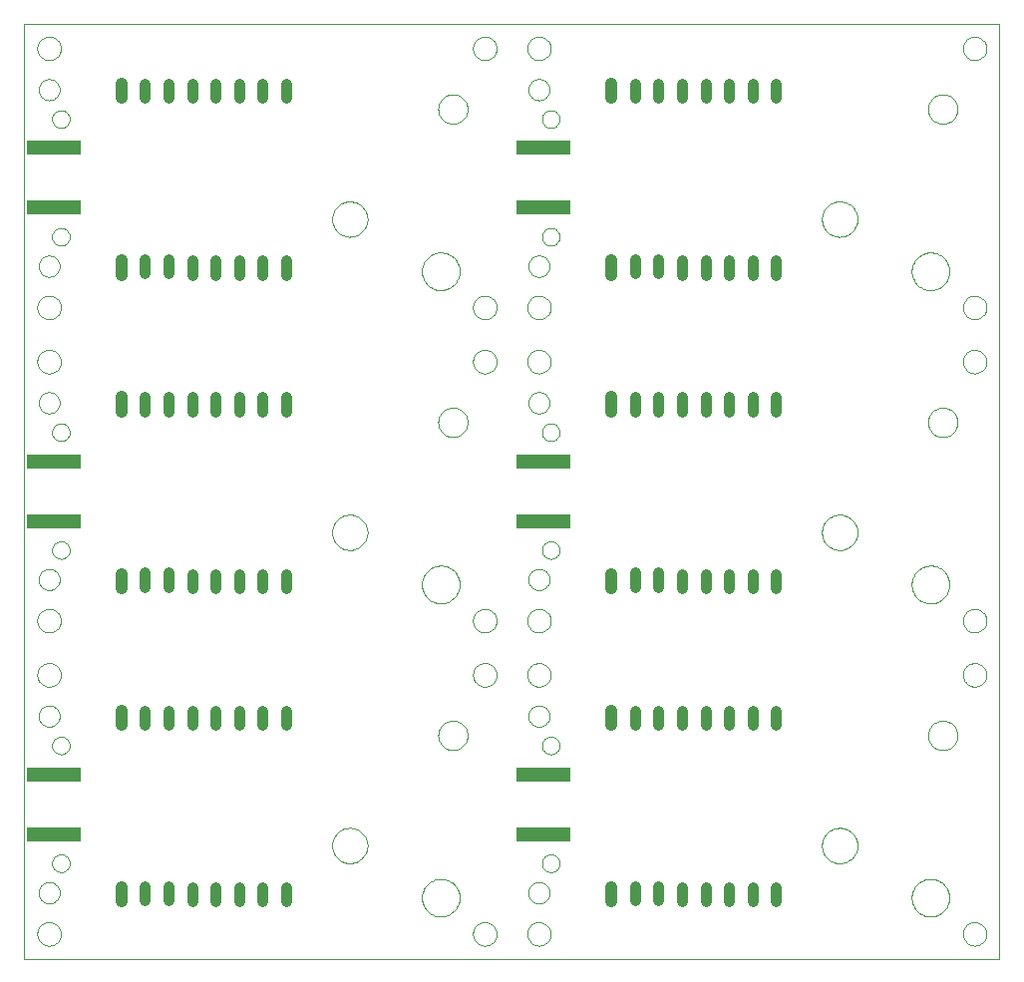
<source format=gbp>
G75*
%MOIN*%
%OFA0B0*%
%FSLAX24Y24*%
%IPPOS*%
%LPD*%
%AMOC8*
5,1,8,0,0,1.08239X$1,22.5*
%
%ADD10C,0.0000*%
%ADD11R,0.1800X0.0450*%
%ADD12C,0.0394*%
%ADD13C,0.0380*%
D10*
X004227Y000218D02*
X036825Y000218D01*
X036825Y031478D01*
X004227Y031478D01*
X004227Y000218D01*
X004659Y001045D02*
X004661Y001084D01*
X004667Y001123D01*
X004677Y001161D01*
X004690Y001198D01*
X004707Y001233D01*
X004727Y001267D01*
X004751Y001298D01*
X004778Y001327D01*
X004807Y001353D01*
X004839Y001376D01*
X004873Y001396D01*
X004909Y001412D01*
X004946Y001424D01*
X004985Y001433D01*
X005024Y001438D01*
X005063Y001439D01*
X005102Y001436D01*
X005141Y001429D01*
X005178Y001418D01*
X005215Y001404D01*
X005250Y001386D01*
X005283Y001365D01*
X005314Y001340D01*
X005342Y001313D01*
X005367Y001283D01*
X005389Y001250D01*
X005408Y001216D01*
X005423Y001180D01*
X005435Y001142D01*
X005443Y001104D01*
X005447Y001065D01*
X005447Y001025D01*
X005443Y000986D01*
X005435Y000948D01*
X005423Y000910D01*
X005408Y000874D01*
X005389Y000840D01*
X005367Y000807D01*
X005342Y000777D01*
X005314Y000750D01*
X005283Y000725D01*
X005250Y000704D01*
X005215Y000686D01*
X005178Y000672D01*
X005141Y000661D01*
X005102Y000654D01*
X005063Y000651D01*
X005024Y000652D01*
X004985Y000657D01*
X004946Y000666D01*
X004909Y000678D01*
X004873Y000694D01*
X004839Y000714D01*
X004807Y000737D01*
X004778Y000763D01*
X004751Y000792D01*
X004727Y000823D01*
X004707Y000857D01*
X004690Y000892D01*
X004677Y000929D01*
X004667Y000967D01*
X004661Y001006D01*
X004659Y001045D01*
X004699Y002423D02*
X004701Y002460D01*
X004707Y002497D01*
X004716Y002532D01*
X004730Y002567D01*
X004746Y002600D01*
X004767Y002631D01*
X004790Y002660D01*
X004816Y002686D01*
X004845Y002709D01*
X004876Y002730D01*
X004909Y002746D01*
X004944Y002760D01*
X004979Y002769D01*
X005016Y002775D01*
X005053Y002777D01*
X005090Y002775D01*
X005127Y002769D01*
X005162Y002760D01*
X005197Y002746D01*
X005230Y002730D01*
X005261Y002709D01*
X005290Y002686D01*
X005316Y002660D01*
X005339Y002631D01*
X005360Y002600D01*
X005376Y002567D01*
X005390Y002532D01*
X005399Y002497D01*
X005405Y002460D01*
X005407Y002423D01*
X005405Y002386D01*
X005399Y002349D01*
X005390Y002314D01*
X005376Y002279D01*
X005360Y002246D01*
X005339Y002215D01*
X005316Y002186D01*
X005290Y002160D01*
X005261Y002137D01*
X005230Y002116D01*
X005197Y002100D01*
X005162Y002086D01*
X005127Y002077D01*
X005090Y002071D01*
X005053Y002069D01*
X005016Y002071D01*
X004979Y002077D01*
X004944Y002086D01*
X004909Y002100D01*
X004876Y002116D01*
X004845Y002137D01*
X004816Y002160D01*
X004790Y002186D01*
X004767Y002215D01*
X004746Y002246D01*
X004730Y002279D01*
X004716Y002314D01*
X004707Y002349D01*
X004701Y002386D01*
X004699Y002423D01*
X005152Y003407D02*
X005154Y003441D01*
X005160Y003475D01*
X005170Y003508D01*
X005183Y003539D01*
X005201Y003569D01*
X005221Y003597D01*
X005245Y003622D01*
X005271Y003644D01*
X005299Y003662D01*
X005330Y003678D01*
X005362Y003690D01*
X005396Y003698D01*
X005430Y003702D01*
X005464Y003702D01*
X005498Y003698D01*
X005532Y003690D01*
X005564Y003678D01*
X005594Y003662D01*
X005623Y003644D01*
X005649Y003622D01*
X005673Y003597D01*
X005693Y003569D01*
X005711Y003539D01*
X005724Y003508D01*
X005734Y003475D01*
X005740Y003441D01*
X005742Y003407D01*
X005740Y003373D01*
X005734Y003339D01*
X005724Y003306D01*
X005711Y003275D01*
X005693Y003245D01*
X005673Y003217D01*
X005649Y003192D01*
X005623Y003170D01*
X005595Y003152D01*
X005564Y003136D01*
X005532Y003124D01*
X005498Y003116D01*
X005464Y003112D01*
X005430Y003112D01*
X005396Y003116D01*
X005362Y003124D01*
X005330Y003136D01*
X005299Y003152D01*
X005271Y003170D01*
X005245Y003192D01*
X005221Y003217D01*
X005201Y003245D01*
X005183Y003275D01*
X005170Y003306D01*
X005160Y003339D01*
X005154Y003373D01*
X005152Y003407D01*
X005152Y007344D02*
X005154Y007378D01*
X005160Y007412D01*
X005170Y007445D01*
X005183Y007476D01*
X005201Y007506D01*
X005221Y007534D01*
X005245Y007559D01*
X005271Y007581D01*
X005299Y007599D01*
X005330Y007615D01*
X005362Y007627D01*
X005396Y007635D01*
X005430Y007639D01*
X005464Y007639D01*
X005498Y007635D01*
X005532Y007627D01*
X005564Y007615D01*
X005594Y007599D01*
X005623Y007581D01*
X005649Y007559D01*
X005673Y007534D01*
X005693Y007506D01*
X005711Y007476D01*
X005724Y007445D01*
X005734Y007412D01*
X005740Y007378D01*
X005742Y007344D01*
X005740Y007310D01*
X005734Y007276D01*
X005724Y007243D01*
X005711Y007212D01*
X005693Y007182D01*
X005673Y007154D01*
X005649Y007129D01*
X005623Y007107D01*
X005595Y007089D01*
X005564Y007073D01*
X005532Y007061D01*
X005498Y007053D01*
X005464Y007049D01*
X005430Y007049D01*
X005396Y007053D01*
X005362Y007061D01*
X005330Y007073D01*
X005299Y007089D01*
X005271Y007107D01*
X005245Y007129D01*
X005221Y007154D01*
X005201Y007182D01*
X005183Y007212D01*
X005170Y007243D01*
X005160Y007276D01*
X005154Y007310D01*
X005152Y007344D01*
X004699Y008328D02*
X004701Y008365D01*
X004707Y008402D01*
X004716Y008437D01*
X004730Y008472D01*
X004746Y008505D01*
X004767Y008536D01*
X004790Y008565D01*
X004816Y008591D01*
X004845Y008614D01*
X004876Y008635D01*
X004909Y008651D01*
X004944Y008665D01*
X004979Y008674D01*
X005016Y008680D01*
X005053Y008682D01*
X005090Y008680D01*
X005127Y008674D01*
X005162Y008665D01*
X005197Y008651D01*
X005230Y008635D01*
X005261Y008614D01*
X005290Y008591D01*
X005316Y008565D01*
X005339Y008536D01*
X005360Y008505D01*
X005376Y008472D01*
X005390Y008437D01*
X005399Y008402D01*
X005405Y008365D01*
X005407Y008328D01*
X005405Y008291D01*
X005399Y008254D01*
X005390Y008219D01*
X005376Y008184D01*
X005360Y008151D01*
X005339Y008120D01*
X005316Y008091D01*
X005290Y008065D01*
X005261Y008042D01*
X005230Y008021D01*
X005197Y008005D01*
X005162Y007991D01*
X005127Y007982D01*
X005090Y007976D01*
X005053Y007974D01*
X005016Y007976D01*
X004979Y007982D01*
X004944Y007991D01*
X004909Y008005D01*
X004876Y008021D01*
X004845Y008042D01*
X004816Y008065D01*
X004790Y008091D01*
X004767Y008120D01*
X004746Y008151D01*
X004730Y008184D01*
X004716Y008219D01*
X004707Y008254D01*
X004701Y008291D01*
X004699Y008328D01*
X004659Y009706D02*
X004661Y009745D01*
X004667Y009784D01*
X004677Y009822D01*
X004690Y009859D01*
X004707Y009894D01*
X004727Y009928D01*
X004751Y009959D01*
X004778Y009988D01*
X004807Y010014D01*
X004839Y010037D01*
X004873Y010057D01*
X004909Y010073D01*
X004946Y010085D01*
X004985Y010094D01*
X005024Y010099D01*
X005063Y010100D01*
X005102Y010097D01*
X005141Y010090D01*
X005178Y010079D01*
X005215Y010065D01*
X005250Y010047D01*
X005283Y010026D01*
X005314Y010001D01*
X005342Y009974D01*
X005367Y009944D01*
X005389Y009911D01*
X005408Y009877D01*
X005423Y009841D01*
X005435Y009803D01*
X005443Y009765D01*
X005447Y009726D01*
X005447Y009686D01*
X005443Y009647D01*
X005435Y009609D01*
X005423Y009571D01*
X005408Y009535D01*
X005389Y009501D01*
X005367Y009468D01*
X005342Y009438D01*
X005314Y009411D01*
X005283Y009386D01*
X005250Y009365D01*
X005215Y009347D01*
X005178Y009333D01*
X005141Y009322D01*
X005102Y009315D01*
X005063Y009312D01*
X005024Y009313D01*
X004985Y009318D01*
X004946Y009327D01*
X004909Y009339D01*
X004873Y009355D01*
X004839Y009375D01*
X004807Y009398D01*
X004778Y009424D01*
X004751Y009453D01*
X004727Y009484D01*
X004707Y009518D01*
X004690Y009553D01*
X004677Y009590D01*
X004667Y009628D01*
X004661Y009667D01*
X004659Y009706D01*
X004659Y011517D02*
X004661Y011556D01*
X004667Y011595D01*
X004677Y011633D01*
X004690Y011670D01*
X004707Y011705D01*
X004727Y011739D01*
X004751Y011770D01*
X004778Y011799D01*
X004807Y011825D01*
X004839Y011848D01*
X004873Y011868D01*
X004909Y011884D01*
X004946Y011896D01*
X004985Y011905D01*
X005024Y011910D01*
X005063Y011911D01*
X005102Y011908D01*
X005141Y011901D01*
X005178Y011890D01*
X005215Y011876D01*
X005250Y011858D01*
X005283Y011837D01*
X005314Y011812D01*
X005342Y011785D01*
X005367Y011755D01*
X005389Y011722D01*
X005408Y011688D01*
X005423Y011652D01*
X005435Y011614D01*
X005443Y011576D01*
X005447Y011537D01*
X005447Y011497D01*
X005443Y011458D01*
X005435Y011420D01*
X005423Y011382D01*
X005408Y011346D01*
X005389Y011312D01*
X005367Y011279D01*
X005342Y011249D01*
X005314Y011222D01*
X005283Y011197D01*
X005250Y011176D01*
X005215Y011158D01*
X005178Y011144D01*
X005141Y011133D01*
X005102Y011126D01*
X005063Y011123D01*
X005024Y011124D01*
X004985Y011129D01*
X004946Y011138D01*
X004909Y011150D01*
X004873Y011166D01*
X004839Y011186D01*
X004807Y011209D01*
X004778Y011235D01*
X004751Y011264D01*
X004727Y011295D01*
X004707Y011329D01*
X004690Y011364D01*
X004677Y011401D01*
X004667Y011439D01*
X004661Y011478D01*
X004659Y011517D01*
X004699Y012895D02*
X004701Y012932D01*
X004707Y012969D01*
X004716Y013004D01*
X004730Y013039D01*
X004746Y013072D01*
X004767Y013103D01*
X004790Y013132D01*
X004816Y013158D01*
X004845Y013181D01*
X004876Y013202D01*
X004909Y013218D01*
X004944Y013232D01*
X004979Y013241D01*
X005016Y013247D01*
X005053Y013249D01*
X005090Y013247D01*
X005127Y013241D01*
X005162Y013232D01*
X005197Y013218D01*
X005230Y013202D01*
X005261Y013181D01*
X005290Y013158D01*
X005316Y013132D01*
X005339Y013103D01*
X005360Y013072D01*
X005376Y013039D01*
X005390Y013004D01*
X005399Y012969D01*
X005405Y012932D01*
X005407Y012895D01*
X005405Y012858D01*
X005399Y012821D01*
X005390Y012786D01*
X005376Y012751D01*
X005360Y012718D01*
X005339Y012687D01*
X005316Y012658D01*
X005290Y012632D01*
X005261Y012609D01*
X005230Y012588D01*
X005197Y012572D01*
X005162Y012558D01*
X005127Y012549D01*
X005090Y012543D01*
X005053Y012541D01*
X005016Y012543D01*
X004979Y012549D01*
X004944Y012558D01*
X004909Y012572D01*
X004876Y012588D01*
X004845Y012609D01*
X004816Y012632D01*
X004790Y012658D01*
X004767Y012687D01*
X004746Y012718D01*
X004730Y012751D01*
X004716Y012786D01*
X004707Y012821D01*
X004701Y012858D01*
X004699Y012895D01*
X005152Y013880D02*
X005154Y013914D01*
X005160Y013948D01*
X005170Y013981D01*
X005183Y014012D01*
X005201Y014042D01*
X005221Y014070D01*
X005245Y014095D01*
X005271Y014117D01*
X005299Y014135D01*
X005330Y014151D01*
X005362Y014163D01*
X005396Y014171D01*
X005430Y014175D01*
X005464Y014175D01*
X005498Y014171D01*
X005532Y014163D01*
X005564Y014151D01*
X005594Y014135D01*
X005623Y014117D01*
X005649Y014095D01*
X005673Y014070D01*
X005693Y014042D01*
X005711Y014012D01*
X005724Y013981D01*
X005734Y013948D01*
X005740Y013914D01*
X005742Y013880D01*
X005740Y013846D01*
X005734Y013812D01*
X005724Y013779D01*
X005711Y013748D01*
X005693Y013718D01*
X005673Y013690D01*
X005649Y013665D01*
X005623Y013643D01*
X005595Y013625D01*
X005564Y013609D01*
X005532Y013597D01*
X005498Y013589D01*
X005464Y013585D01*
X005430Y013585D01*
X005396Y013589D01*
X005362Y013597D01*
X005330Y013609D01*
X005299Y013625D01*
X005271Y013643D01*
X005245Y013665D01*
X005221Y013690D01*
X005201Y013718D01*
X005183Y013748D01*
X005170Y013779D01*
X005160Y013812D01*
X005154Y013846D01*
X005152Y013880D01*
X005152Y017817D02*
X005154Y017851D01*
X005160Y017885D01*
X005170Y017918D01*
X005183Y017949D01*
X005201Y017979D01*
X005221Y018007D01*
X005245Y018032D01*
X005271Y018054D01*
X005299Y018072D01*
X005330Y018088D01*
X005362Y018100D01*
X005396Y018108D01*
X005430Y018112D01*
X005464Y018112D01*
X005498Y018108D01*
X005532Y018100D01*
X005564Y018088D01*
X005594Y018072D01*
X005623Y018054D01*
X005649Y018032D01*
X005673Y018007D01*
X005693Y017979D01*
X005711Y017949D01*
X005724Y017918D01*
X005734Y017885D01*
X005740Y017851D01*
X005742Y017817D01*
X005740Y017783D01*
X005734Y017749D01*
X005724Y017716D01*
X005711Y017685D01*
X005693Y017655D01*
X005673Y017627D01*
X005649Y017602D01*
X005623Y017580D01*
X005595Y017562D01*
X005564Y017546D01*
X005532Y017534D01*
X005498Y017526D01*
X005464Y017522D01*
X005430Y017522D01*
X005396Y017526D01*
X005362Y017534D01*
X005330Y017546D01*
X005299Y017562D01*
X005271Y017580D01*
X005245Y017602D01*
X005221Y017627D01*
X005201Y017655D01*
X005183Y017685D01*
X005170Y017716D01*
X005160Y017749D01*
X005154Y017783D01*
X005152Y017817D01*
X004699Y018801D02*
X004701Y018838D01*
X004707Y018875D01*
X004716Y018910D01*
X004730Y018945D01*
X004746Y018978D01*
X004767Y019009D01*
X004790Y019038D01*
X004816Y019064D01*
X004845Y019087D01*
X004876Y019108D01*
X004909Y019124D01*
X004944Y019138D01*
X004979Y019147D01*
X005016Y019153D01*
X005053Y019155D01*
X005090Y019153D01*
X005127Y019147D01*
X005162Y019138D01*
X005197Y019124D01*
X005230Y019108D01*
X005261Y019087D01*
X005290Y019064D01*
X005316Y019038D01*
X005339Y019009D01*
X005360Y018978D01*
X005376Y018945D01*
X005390Y018910D01*
X005399Y018875D01*
X005405Y018838D01*
X005407Y018801D01*
X005405Y018764D01*
X005399Y018727D01*
X005390Y018692D01*
X005376Y018657D01*
X005360Y018624D01*
X005339Y018593D01*
X005316Y018564D01*
X005290Y018538D01*
X005261Y018515D01*
X005230Y018494D01*
X005197Y018478D01*
X005162Y018464D01*
X005127Y018455D01*
X005090Y018449D01*
X005053Y018447D01*
X005016Y018449D01*
X004979Y018455D01*
X004944Y018464D01*
X004909Y018478D01*
X004876Y018494D01*
X004845Y018515D01*
X004816Y018538D01*
X004790Y018564D01*
X004767Y018593D01*
X004746Y018624D01*
X004730Y018657D01*
X004716Y018692D01*
X004707Y018727D01*
X004701Y018764D01*
X004699Y018801D01*
X004659Y020179D02*
X004661Y020218D01*
X004667Y020257D01*
X004677Y020295D01*
X004690Y020332D01*
X004707Y020367D01*
X004727Y020401D01*
X004751Y020432D01*
X004778Y020461D01*
X004807Y020487D01*
X004839Y020510D01*
X004873Y020530D01*
X004909Y020546D01*
X004946Y020558D01*
X004985Y020567D01*
X005024Y020572D01*
X005063Y020573D01*
X005102Y020570D01*
X005141Y020563D01*
X005178Y020552D01*
X005215Y020538D01*
X005250Y020520D01*
X005283Y020499D01*
X005314Y020474D01*
X005342Y020447D01*
X005367Y020417D01*
X005389Y020384D01*
X005408Y020350D01*
X005423Y020314D01*
X005435Y020276D01*
X005443Y020238D01*
X005447Y020199D01*
X005447Y020159D01*
X005443Y020120D01*
X005435Y020082D01*
X005423Y020044D01*
X005408Y020008D01*
X005389Y019974D01*
X005367Y019941D01*
X005342Y019911D01*
X005314Y019884D01*
X005283Y019859D01*
X005250Y019838D01*
X005215Y019820D01*
X005178Y019806D01*
X005141Y019795D01*
X005102Y019788D01*
X005063Y019785D01*
X005024Y019786D01*
X004985Y019791D01*
X004946Y019800D01*
X004909Y019812D01*
X004873Y019828D01*
X004839Y019848D01*
X004807Y019871D01*
X004778Y019897D01*
X004751Y019926D01*
X004727Y019957D01*
X004707Y019991D01*
X004690Y020026D01*
X004677Y020063D01*
X004667Y020101D01*
X004661Y020140D01*
X004659Y020179D01*
X004659Y021990D02*
X004661Y022029D01*
X004667Y022068D01*
X004677Y022106D01*
X004690Y022143D01*
X004707Y022178D01*
X004727Y022212D01*
X004751Y022243D01*
X004778Y022272D01*
X004807Y022298D01*
X004839Y022321D01*
X004873Y022341D01*
X004909Y022357D01*
X004946Y022369D01*
X004985Y022378D01*
X005024Y022383D01*
X005063Y022384D01*
X005102Y022381D01*
X005141Y022374D01*
X005178Y022363D01*
X005215Y022349D01*
X005250Y022331D01*
X005283Y022310D01*
X005314Y022285D01*
X005342Y022258D01*
X005367Y022228D01*
X005389Y022195D01*
X005408Y022161D01*
X005423Y022125D01*
X005435Y022087D01*
X005443Y022049D01*
X005447Y022010D01*
X005447Y021970D01*
X005443Y021931D01*
X005435Y021893D01*
X005423Y021855D01*
X005408Y021819D01*
X005389Y021785D01*
X005367Y021752D01*
X005342Y021722D01*
X005314Y021695D01*
X005283Y021670D01*
X005250Y021649D01*
X005215Y021631D01*
X005178Y021617D01*
X005141Y021606D01*
X005102Y021599D01*
X005063Y021596D01*
X005024Y021597D01*
X004985Y021602D01*
X004946Y021611D01*
X004909Y021623D01*
X004873Y021639D01*
X004839Y021659D01*
X004807Y021682D01*
X004778Y021708D01*
X004751Y021737D01*
X004727Y021768D01*
X004707Y021802D01*
X004690Y021837D01*
X004677Y021874D01*
X004667Y021912D01*
X004661Y021951D01*
X004659Y021990D01*
X004699Y023368D02*
X004701Y023405D01*
X004707Y023442D01*
X004716Y023477D01*
X004730Y023512D01*
X004746Y023545D01*
X004767Y023576D01*
X004790Y023605D01*
X004816Y023631D01*
X004845Y023654D01*
X004876Y023675D01*
X004909Y023691D01*
X004944Y023705D01*
X004979Y023714D01*
X005016Y023720D01*
X005053Y023722D01*
X005090Y023720D01*
X005127Y023714D01*
X005162Y023705D01*
X005197Y023691D01*
X005230Y023675D01*
X005261Y023654D01*
X005290Y023631D01*
X005316Y023605D01*
X005339Y023576D01*
X005360Y023545D01*
X005376Y023512D01*
X005390Y023477D01*
X005399Y023442D01*
X005405Y023405D01*
X005407Y023368D01*
X005405Y023331D01*
X005399Y023294D01*
X005390Y023259D01*
X005376Y023224D01*
X005360Y023191D01*
X005339Y023160D01*
X005316Y023131D01*
X005290Y023105D01*
X005261Y023082D01*
X005230Y023061D01*
X005197Y023045D01*
X005162Y023031D01*
X005127Y023022D01*
X005090Y023016D01*
X005053Y023014D01*
X005016Y023016D01*
X004979Y023022D01*
X004944Y023031D01*
X004909Y023045D01*
X004876Y023061D01*
X004845Y023082D01*
X004816Y023105D01*
X004790Y023131D01*
X004767Y023160D01*
X004746Y023191D01*
X004730Y023224D01*
X004716Y023259D01*
X004707Y023294D01*
X004701Y023331D01*
X004699Y023368D01*
X005152Y024352D02*
X005154Y024386D01*
X005160Y024420D01*
X005170Y024453D01*
X005183Y024484D01*
X005201Y024514D01*
X005221Y024542D01*
X005245Y024567D01*
X005271Y024589D01*
X005299Y024607D01*
X005330Y024623D01*
X005362Y024635D01*
X005396Y024643D01*
X005430Y024647D01*
X005464Y024647D01*
X005498Y024643D01*
X005532Y024635D01*
X005564Y024623D01*
X005594Y024607D01*
X005623Y024589D01*
X005649Y024567D01*
X005673Y024542D01*
X005693Y024514D01*
X005711Y024484D01*
X005724Y024453D01*
X005734Y024420D01*
X005740Y024386D01*
X005742Y024352D01*
X005740Y024318D01*
X005734Y024284D01*
X005724Y024251D01*
X005711Y024220D01*
X005693Y024190D01*
X005673Y024162D01*
X005649Y024137D01*
X005623Y024115D01*
X005595Y024097D01*
X005564Y024081D01*
X005532Y024069D01*
X005498Y024061D01*
X005464Y024057D01*
X005430Y024057D01*
X005396Y024061D01*
X005362Y024069D01*
X005330Y024081D01*
X005299Y024097D01*
X005271Y024115D01*
X005245Y024137D01*
X005221Y024162D01*
X005201Y024190D01*
X005183Y024220D01*
X005170Y024251D01*
X005160Y024284D01*
X005154Y024318D01*
X005152Y024352D01*
X005152Y028289D02*
X005154Y028323D01*
X005160Y028357D01*
X005170Y028390D01*
X005183Y028421D01*
X005201Y028451D01*
X005221Y028479D01*
X005245Y028504D01*
X005271Y028526D01*
X005299Y028544D01*
X005330Y028560D01*
X005362Y028572D01*
X005396Y028580D01*
X005430Y028584D01*
X005464Y028584D01*
X005498Y028580D01*
X005532Y028572D01*
X005564Y028560D01*
X005594Y028544D01*
X005623Y028526D01*
X005649Y028504D01*
X005673Y028479D01*
X005693Y028451D01*
X005711Y028421D01*
X005724Y028390D01*
X005734Y028357D01*
X005740Y028323D01*
X005742Y028289D01*
X005740Y028255D01*
X005734Y028221D01*
X005724Y028188D01*
X005711Y028157D01*
X005693Y028127D01*
X005673Y028099D01*
X005649Y028074D01*
X005623Y028052D01*
X005595Y028034D01*
X005564Y028018D01*
X005532Y028006D01*
X005498Y027998D01*
X005464Y027994D01*
X005430Y027994D01*
X005396Y027998D01*
X005362Y028006D01*
X005330Y028018D01*
X005299Y028034D01*
X005271Y028052D01*
X005245Y028074D01*
X005221Y028099D01*
X005201Y028127D01*
X005183Y028157D01*
X005170Y028188D01*
X005160Y028221D01*
X005154Y028255D01*
X005152Y028289D01*
X004699Y029273D02*
X004701Y029310D01*
X004707Y029347D01*
X004716Y029382D01*
X004730Y029417D01*
X004746Y029450D01*
X004767Y029481D01*
X004790Y029510D01*
X004816Y029536D01*
X004845Y029559D01*
X004876Y029580D01*
X004909Y029596D01*
X004944Y029610D01*
X004979Y029619D01*
X005016Y029625D01*
X005053Y029627D01*
X005090Y029625D01*
X005127Y029619D01*
X005162Y029610D01*
X005197Y029596D01*
X005230Y029580D01*
X005261Y029559D01*
X005290Y029536D01*
X005316Y029510D01*
X005339Y029481D01*
X005360Y029450D01*
X005376Y029417D01*
X005390Y029382D01*
X005399Y029347D01*
X005405Y029310D01*
X005407Y029273D01*
X005405Y029236D01*
X005399Y029199D01*
X005390Y029164D01*
X005376Y029129D01*
X005360Y029096D01*
X005339Y029065D01*
X005316Y029036D01*
X005290Y029010D01*
X005261Y028987D01*
X005230Y028966D01*
X005197Y028950D01*
X005162Y028936D01*
X005127Y028927D01*
X005090Y028921D01*
X005053Y028919D01*
X005016Y028921D01*
X004979Y028927D01*
X004944Y028936D01*
X004909Y028950D01*
X004876Y028966D01*
X004845Y028987D01*
X004816Y029010D01*
X004790Y029036D01*
X004767Y029065D01*
X004746Y029096D01*
X004730Y029129D01*
X004716Y029164D01*
X004707Y029199D01*
X004701Y029236D01*
X004699Y029273D01*
X004659Y030651D02*
X004661Y030690D01*
X004667Y030729D01*
X004677Y030767D01*
X004690Y030804D01*
X004707Y030839D01*
X004727Y030873D01*
X004751Y030904D01*
X004778Y030933D01*
X004807Y030959D01*
X004839Y030982D01*
X004873Y031002D01*
X004909Y031018D01*
X004946Y031030D01*
X004985Y031039D01*
X005024Y031044D01*
X005063Y031045D01*
X005102Y031042D01*
X005141Y031035D01*
X005178Y031024D01*
X005215Y031010D01*
X005250Y030992D01*
X005283Y030971D01*
X005314Y030946D01*
X005342Y030919D01*
X005367Y030889D01*
X005389Y030856D01*
X005408Y030822D01*
X005423Y030786D01*
X005435Y030748D01*
X005443Y030710D01*
X005447Y030671D01*
X005447Y030631D01*
X005443Y030592D01*
X005435Y030554D01*
X005423Y030516D01*
X005408Y030480D01*
X005389Y030446D01*
X005367Y030413D01*
X005342Y030383D01*
X005314Y030356D01*
X005283Y030331D01*
X005250Y030310D01*
X005215Y030292D01*
X005178Y030278D01*
X005141Y030267D01*
X005102Y030260D01*
X005063Y030257D01*
X005024Y030258D01*
X004985Y030263D01*
X004946Y030272D01*
X004909Y030284D01*
X004873Y030300D01*
X004839Y030320D01*
X004807Y030343D01*
X004778Y030369D01*
X004751Y030398D01*
X004727Y030429D01*
X004707Y030463D01*
X004690Y030498D01*
X004677Y030535D01*
X004667Y030573D01*
X004661Y030612D01*
X004659Y030651D01*
X014514Y024943D02*
X014516Y024991D01*
X014522Y025039D01*
X014532Y025086D01*
X014545Y025132D01*
X014563Y025177D01*
X014583Y025221D01*
X014608Y025263D01*
X014636Y025302D01*
X014666Y025339D01*
X014700Y025373D01*
X014737Y025405D01*
X014775Y025434D01*
X014816Y025459D01*
X014859Y025481D01*
X014904Y025499D01*
X014950Y025513D01*
X014997Y025524D01*
X015045Y025531D01*
X015093Y025534D01*
X015141Y025533D01*
X015189Y025528D01*
X015237Y025519D01*
X015283Y025507D01*
X015328Y025490D01*
X015372Y025470D01*
X015414Y025447D01*
X015454Y025420D01*
X015492Y025390D01*
X015527Y025357D01*
X015559Y025321D01*
X015589Y025283D01*
X015615Y025242D01*
X015637Y025199D01*
X015657Y025155D01*
X015672Y025110D01*
X015684Y025063D01*
X015692Y025015D01*
X015696Y024967D01*
X015696Y024919D01*
X015692Y024871D01*
X015684Y024823D01*
X015672Y024776D01*
X015657Y024731D01*
X015637Y024687D01*
X015615Y024644D01*
X015589Y024603D01*
X015559Y024565D01*
X015527Y024529D01*
X015492Y024496D01*
X015454Y024466D01*
X015414Y024439D01*
X015372Y024416D01*
X015328Y024396D01*
X015283Y024379D01*
X015237Y024367D01*
X015189Y024358D01*
X015141Y024353D01*
X015093Y024352D01*
X015045Y024355D01*
X014997Y024362D01*
X014950Y024373D01*
X014904Y024387D01*
X014859Y024405D01*
X014816Y024427D01*
X014775Y024452D01*
X014737Y024481D01*
X014700Y024513D01*
X014666Y024547D01*
X014636Y024584D01*
X014608Y024623D01*
X014583Y024665D01*
X014563Y024709D01*
X014545Y024754D01*
X014532Y024800D01*
X014522Y024847D01*
X014516Y024895D01*
X014514Y024943D01*
X017514Y023198D02*
X017516Y023248D01*
X017522Y023298D01*
X017532Y023347D01*
X017546Y023395D01*
X017563Y023442D01*
X017584Y023487D01*
X017609Y023531D01*
X017637Y023572D01*
X017669Y023611D01*
X017703Y023648D01*
X017740Y023682D01*
X017780Y023712D01*
X017822Y023739D01*
X017866Y023763D01*
X017912Y023784D01*
X017959Y023800D01*
X018007Y023813D01*
X018057Y023822D01*
X018106Y023827D01*
X018157Y023828D01*
X018207Y023825D01*
X018256Y023818D01*
X018305Y023807D01*
X018353Y023792D01*
X018399Y023774D01*
X018444Y023752D01*
X018487Y023726D01*
X018528Y023697D01*
X018567Y023665D01*
X018603Y023630D01*
X018635Y023592D01*
X018665Y023552D01*
X018692Y023509D01*
X018715Y023465D01*
X018734Y023419D01*
X018750Y023371D01*
X018762Y023322D01*
X018770Y023273D01*
X018774Y023223D01*
X018774Y023173D01*
X018770Y023123D01*
X018762Y023074D01*
X018750Y023025D01*
X018734Y022977D01*
X018715Y022931D01*
X018692Y022887D01*
X018665Y022844D01*
X018635Y022804D01*
X018603Y022766D01*
X018567Y022731D01*
X018528Y022699D01*
X018487Y022670D01*
X018444Y022644D01*
X018399Y022622D01*
X018353Y022604D01*
X018305Y022589D01*
X018256Y022578D01*
X018207Y022571D01*
X018157Y022568D01*
X018106Y022569D01*
X018057Y022574D01*
X018007Y022583D01*
X017959Y022596D01*
X017912Y022612D01*
X017866Y022633D01*
X017822Y022657D01*
X017780Y022684D01*
X017740Y022714D01*
X017703Y022748D01*
X017669Y022785D01*
X017637Y022824D01*
X017609Y022865D01*
X017584Y022909D01*
X017563Y022954D01*
X017546Y023001D01*
X017532Y023049D01*
X017522Y023098D01*
X017516Y023148D01*
X017514Y023198D01*
X019226Y021990D02*
X019228Y022029D01*
X019234Y022068D01*
X019244Y022106D01*
X019257Y022143D01*
X019274Y022178D01*
X019294Y022212D01*
X019318Y022243D01*
X019345Y022272D01*
X019374Y022298D01*
X019406Y022321D01*
X019440Y022341D01*
X019476Y022357D01*
X019513Y022369D01*
X019552Y022378D01*
X019591Y022383D01*
X019630Y022384D01*
X019669Y022381D01*
X019708Y022374D01*
X019745Y022363D01*
X019782Y022349D01*
X019817Y022331D01*
X019850Y022310D01*
X019881Y022285D01*
X019909Y022258D01*
X019934Y022228D01*
X019956Y022195D01*
X019975Y022161D01*
X019990Y022125D01*
X020002Y022087D01*
X020010Y022049D01*
X020014Y022010D01*
X020014Y021970D01*
X020010Y021931D01*
X020002Y021893D01*
X019990Y021855D01*
X019975Y021819D01*
X019956Y021785D01*
X019934Y021752D01*
X019909Y021722D01*
X019881Y021695D01*
X019850Y021670D01*
X019817Y021649D01*
X019782Y021631D01*
X019745Y021617D01*
X019708Y021606D01*
X019669Y021599D01*
X019630Y021596D01*
X019591Y021597D01*
X019552Y021602D01*
X019513Y021611D01*
X019476Y021623D01*
X019440Y021639D01*
X019406Y021659D01*
X019374Y021682D01*
X019345Y021708D01*
X019318Y021737D01*
X019294Y021768D01*
X019274Y021802D01*
X019257Y021837D01*
X019244Y021874D01*
X019234Y021912D01*
X019228Y021951D01*
X019226Y021990D01*
X019226Y020179D02*
X019228Y020218D01*
X019234Y020257D01*
X019244Y020295D01*
X019257Y020332D01*
X019274Y020367D01*
X019294Y020401D01*
X019318Y020432D01*
X019345Y020461D01*
X019374Y020487D01*
X019406Y020510D01*
X019440Y020530D01*
X019476Y020546D01*
X019513Y020558D01*
X019552Y020567D01*
X019591Y020572D01*
X019630Y020573D01*
X019669Y020570D01*
X019708Y020563D01*
X019745Y020552D01*
X019782Y020538D01*
X019817Y020520D01*
X019850Y020499D01*
X019881Y020474D01*
X019909Y020447D01*
X019934Y020417D01*
X019956Y020384D01*
X019975Y020350D01*
X019990Y020314D01*
X020002Y020276D01*
X020010Y020238D01*
X020014Y020199D01*
X020014Y020159D01*
X020010Y020120D01*
X020002Y020082D01*
X019990Y020044D01*
X019975Y020008D01*
X019956Y019974D01*
X019934Y019941D01*
X019909Y019911D01*
X019881Y019884D01*
X019850Y019859D01*
X019817Y019838D01*
X019782Y019820D01*
X019745Y019806D01*
X019708Y019795D01*
X019669Y019788D01*
X019630Y019785D01*
X019591Y019786D01*
X019552Y019791D01*
X019513Y019800D01*
X019476Y019812D01*
X019440Y019828D01*
X019406Y019848D01*
X019374Y019871D01*
X019345Y019897D01*
X019318Y019926D01*
X019294Y019957D01*
X019274Y019991D01*
X019257Y020026D01*
X019244Y020063D01*
X019234Y020101D01*
X019228Y020140D01*
X019226Y020179D01*
X018061Y018151D02*
X018063Y018195D01*
X018069Y018239D01*
X018079Y018282D01*
X018092Y018324D01*
X018110Y018364D01*
X018131Y018403D01*
X018155Y018440D01*
X018182Y018475D01*
X018213Y018507D01*
X018246Y018536D01*
X018282Y018562D01*
X018320Y018584D01*
X018360Y018603D01*
X018401Y018619D01*
X018444Y018631D01*
X018487Y018639D01*
X018531Y018643D01*
X018575Y018643D01*
X018619Y018639D01*
X018662Y018631D01*
X018705Y018619D01*
X018746Y018603D01*
X018786Y018584D01*
X018824Y018562D01*
X018860Y018536D01*
X018893Y018507D01*
X018924Y018475D01*
X018951Y018440D01*
X018975Y018403D01*
X018996Y018364D01*
X019014Y018324D01*
X019027Y018282D01*
X019037Y018239D01*
X019043Y018195D01*
X019045Y018151D01*
X019043Y018107D01*
X019037Y018063D01*
X019027Y018020D01*
X019014Y017978D01*
X018996Y017938D01*
X018975Y017899D01*
X018951Y017862D01*
X018924Y017827D01*
X018893Y017795D01*
X018860Y017766D01*
X018824Y017740D01*
X018786Y017718D01*
X018746Y017699D01*
X018705Y017683D01*
X018662Y017671D01*
X018619Y017663D01*
X018575Y017659D01*
X018531Y017659D01*
X018487Y017663D01*
X018444Y017671D01*
X018401Y017683D01*
X018360Y017699D01*
X018320Y017718D01*
X018282Y017740D01*
X018246Y017766D01*
X018213Y017795D01*
X018182Y017827D01*
X018155Y017862D01*
X018131Y017899D01*
X018110Y017938D01*
X018092Y017978D01*
X018079Y018020D01*
X018069Y018063D01*
X018063Y018107D01*
X018061Y018151D01*
X021077Y018801D02*
X021079Y018838D01*
X021085Y018875D01*
X021094Y018910D01*
X021108Y018945D01*
X021124Y018978D01*
X021145Y019009D01*
X021168Y019038D01*
X021194Y019064D01*
X021223Y019087D01*
X021254Y019108D01*
X021287Y019124D01*
X021322Y019138D01*
X021357Y019147D01*
X021394Y019153D01*
X021431Y019155D01*
X021468Y019153D01*
X021505Y019147D01*
X021540Y019138D01*
X021575Y019124D01*
X021608Y019108D01*
X021639Y019087D01*
X021668Y019064D01*
X021694Y019038D01*
X021717Y019009D01*
X021738Y018978D01*
X021754Y018945D01*
X021768Y018910D01*
X021777Y018875D01*
X021783Y018838D01*
X021785Y018801D01*
X021783Y018764D01*
X021777Y018727D01*
X021768Y018692D01*
X021754Y018657D01*
X021738Y018624D01*
X021717Y018593D01*
X021694Y018564D01*
X021668Y018538D01*
X021639Y018515D01*
X021608Y018494D01*
X021575Y018478D01*
X021540Y018464D01*
X021505Y018455D01*
X021468Y018449D01*
X021431Y018447D01*
X021394Y018449D01*
X021357Y018455D01*
X021322Y018464D01*
X021287Y018478D01*
X021254Y018494D01*
X021223Y018515D01*
X021194Y018538D01*
X021168Y018564D01*
X021145Y018593D01*
X021124Y018624D01*
X021108Y018657D01*
X021094Y018692D01*
X021085Y018727D01*
X021079Y018764D01*
X021077Y018801D01*
X021530Y017817D02*
X021532Y017851D01*
X021538Y017885D01*
X021548Y017918D01*
X021561Y017949D01*
X021579Y017979D01*
X021599Y018007D01*
X021623Y018032D01*
X021649Y018054D01*
X021677Y018072D01*
X021708Y018088D01*
X021740Y018100D01*
X021774Y018108D01*
X021808Y018112D01*
X021842Y018112D01*
X021876Y018108D01*
X021910Y018100D01*
X021942Y018088D01*
X021972Y018072D01*
X022001Y018054D01*
X022027Y018032D01*
X022051Y018007D01*
X022071Y017979D01*
X022089Y017949D01*
X022102Y017918D01*
X022112Y017885D01*
X022118Y017851D01*
X022120Y017817D01*
X022118Y017783D01*
X022112Y017749D01*
X022102Y017716D01*
X022089Y017685D01*
X022071Y017655D01*
X022051Y017627D01*
X022027Y017602D01*
X022001Y017580D01*
X021973Y017562D01*
X021942Y017546D01*
X021910Y017534D01*
X021876Y017526D01*
X021842Y017522D01*
X021808Y017522D01*
X021774Y017526D01*
X021740Y017534D01*
X021708Y017546D01*
X021677Y017562D01*
X021649Y017580D01*
X021623Y017602D01*
X021599Y017627D01*
X021579Y017655D01*
X021561Y017685D01*
X021548Y017716D01*
X021538Y017749D01*
X021532Y017783D01*
X021530Y017817D01*
X021037Y020179D02*
X021039Y020218D01*
X021045Y020257D01*
X021055Y020295D01*
X021068Y020332D01*
X021085Y020367D01*
X021105Y020401D01*
X021129Y020432D01*
X021156Y020461D01*
X021185Y020487D01*
X021217Y020510D01*
X021251Y020530D01*
X021287Y020546D01*
X021324Y020558D01*
X021363Y020567D01*
X021402Y020572D01*
X021441Y020573D01*
X021480Y020570D01*
X021519Y020563D01*
X021556Y020552D01*
X021593Y020538D01*
X021628Y020520D01*
X021661Y020499D01*
X021692Y020474D01*
X021720Y020447D01*
X021745Y020417D01*
X021767Y020384D01*
X021786Y020350D01*
X021801Y020314D01*
X021813Y020276D01*
X021821Y020238D01*
X021825Y020199D01*
X021825Y020159D01*
X021821Y020120D01*
X021813Y020082D01*
X021801Y020044D01*
X021786Y020008D01*
X021767Y019974D01*
X021745Y019941D01*
X021720Y019911D01*
X021692Y019884D01*
X021661Y019859D01*
X021628Y019838D01*
X021593Y019820D01*
X021556Y019806D01*
X021519Y019795D01*
X021480Y019788D01*
X021441Y019785D01*
X021402Y019786D01*
X021363Y019791D01*
X021324Y019800D01*
X021287Y019812D01*
X021251Y019828D01*
X021217Y019848D01*
X021185Y019871D01*
X021156Y019897D01*
X021129Y019926D01*
X021105Y019957D01*
X021085Y019991D01*
X021068Y020026D01*
X021055Y020063D01*
X021045Y020101D01*
X021039Y020140D01*
X021037Y020179D01*
X021037Y021990D02*
X021039Y022029D01*
X021045Y022068D01*
X021055Y022106D01*
X021068Y022143D01*
X021085Y022178D01*
X021105Y022212D01*
X021129Y022243D01*
X021156Y022272D01*
X021185Y022298D01*
X021217Y022321D01*
X021251Y022341D01*
X021287Y022357D01*
X021324Y022369D01*
X021363Y022378D01*
X021402Y022383D01*
X021441Y022384D01*
X021480Y022381D01*
X021519Y022374D01*
X021556Y022363D01*
X021593Y022349D01*
X021628Y022331D01*
X021661Y022310D01*
X021692Y022285D01*
X021720Y022258D01*
X021745Y022228D01*
X021767Y022195D01*
X021786Y022161D01*
X021801Y022125D01*
X021813Y022087D01*
X021821Y022049D01*
X021825Y022010D01*
X021825Y021970D01*
X021821Y021931D01*
X021813Y021893D01*
X021801Y021855D01*
X021786Y021819D01*
X021767Y021785D01*
X021745Y021752D01*
X021720Y021722D01*
X021692Y021695D01*
X021661Y021670D01*
X021628Y021649D01*
X021593Y021631D01*
X021556Y021617D01*
X021519Y021606D01*
X021480Y021599D01*
X021441Y021596D01*
X021402Y021597D01*
X021363Y021602D01*
X021324Y021611D01*
X021287Y021623D01*
X021251Y021639D01*
X021217Y021659D01*
X021185Y021682D01*
X021156Y021708D01*
X021129Y021737D01*
X021105Y021768D01*
X021085Y021802D01*
X021068Y021837D01*
X021055Y021874D01*
X021045Y021912D01*
X021039Y021951D01*
X021037Y021990D01*
X021077Y023368D02*
X021079Y023405D01*
X021085Y023442D01*
X021094Y023477D01*
X021108Y023512D01*
X021124Y023545D01*
X021145Y023576D01*
X021168Y023605D01*
X021194Y023631D01*
X021223Y023654D01*
X021254Y023675D01*
X021287Y023691D01*
X021322Y023705D01*
X021357Y023714D01*
X021394Y023720D01*
X021431Y023722D01*
X021468Y023720D01*
X021505Y023714D01*
X021540Y023705D01*
X021575Y023691D01*
X021608Y023675D01*
X021639Y023654D01*
X021668Y023631D01*
X021694Y023605D01*
X021717Y023576D01*
X021738Y023545D01*
X021754Y023512D01*
X021768Y023477D01*
X021777Y023442D01*
X021783Y023405D01*
X021785Y023368D01*
X021783Y023331D01*
X021777Y023294D01*
X021768Y023259D01*
X021754Y023224D01*
X021738Y023191D01*
X021717Y023160D01*
X021694Y023131D01*
X021668Y023105D01*
X021639Y023082D01*
X021608Y023061D01*
X021575Y023045D01*
X021540Y023031D01*
X021505Y023022D01*
X021468Y023016D01*
X021431Y023014D01*
X021394Y023016D01*
X021357Y023022D01*
X021322Y023031D01*
X021287Y023045D01*
X021254Y023061D01*
X021223Y023082D01*
X021194Y023105D01*
X021168Y023131D01*
X021145Y023160D01*
X021124Y023191D01*
X021108Y023224D01*
X021094Y023259D01*
X021085Y023294D01*
X021079Y023331D01*
X021077Y023368D01*
X021530Y024352D02*
X021532Y024386D01*
X021538Y024420D01*
X021548Y024453D01*
X021561Y024484D01*
X021579Y024514D01*
X021599Y024542D01*
X021623Y024567D01*
X021649Y024589D01*
X021677Y024607D01*
X021708Y024623D01*
X021740Y024635D01*
X021774Y024643D01*
X021808Y024647D01*
X021842Y024647D01*
X021876Y024643D01*
X021910Y024635D01*
X021942Y024623D01*
X021972Y024607D01*
X022001Y024589D01*
X022027Y024567D01*
X022051Y024542D01*
X022071Y024514D01*
X022089Y024484D01*
X022102Y024453D01*
X022112Y024420D01*
X022118Y024386D01*
X022120Y024352D01*
X022118Y024318D01*
X022112Y024284D01*
X022102Y024251D01*
X022089Y024220D01*
X022071Y024190D01*
X022051Y024162D01*
X022027Y024137D01*
X022001Y024115D01*
X021973Y024097D01*
X021942Y024081D01*
X021910Y024069D01*
X021876Y024061D01*
X021842Y024057D01*
X021808Y024057D01*
X021774Y024061D01*
X021740Y024069D01*
X021708Y024081D01*
X021677Y024097D01*
X021649Y024115D01*
X021623Y024137D01*
X021599Y024162D01*
X021579Y024190D01*
X021561Y024220D01*
X021548Y024251D01*
X021538Y024284D01*
X021532Y024318D01*
X021530Y024352D01*
X021530Y028289D02*
X021532Y028323D01*
X021538Y028357D01*
X021548Y028390D01*
X021561Y028421D01*
X021579Y028451D01*
X021599Y028479D01*
X021623Y028504D01*
X021649Y028526D01*
X021677Y028544D01*
X021708Y028560D01*
X021740Y028572D01*
X021774Y028580D01*
X021808Y028584D01*
X021842Y028584D01*
X021876Y028580D01*
X021910Y028572D01*
X021942Y028560D01*
X021972Y028544D01*
X022001Y028526D01*
X022027Y028504D01*
X022051Y028479D01*
X022071Y028451D01*
X022089Y028421D01*
X022102Y028390D01*
X022112Y028357D01*
X022118Y028323D01*
X022120Y028289D01*
X022118Y028255D01*
X022112Y028221D01*
X022102Y028188D01*
X022089Y028157D01*
X022071Y028127D01*
X022051Y028099D01*
X022027Y028074D01*
X022001Y028052D01*
X021973Y028034D01*
X021942Y028018D01*
X021910Y028006D01*
X021876Y027998D01*
X021842Y027994D01*
X021808Y027994D01*
X021774Y027998D01*
X021740Y028006D01*
X021708Y028018D01*
X021677Y028034D01*
X021649Y028052D01*
X021623Y028074D01*
X021599Y028099D01*
X021579Y028127D01*
X021561Y028157D01*
X021548Y028188D01*
X021538Y028221D01*
X021532Y028255D01*
X021530Y028289D01*
X021077Y029273D02*
X021079Y029310D01*
X021085Y029347D01*
X021094Y029382D01*
X021108Y029417D01*
X021124Y029450D01*
X021145Y029481D01*
X021168Y029510D01*
X021194Y029536D01*
X021223Y029559D01*
X021254Y029580D01*
X021287Y029596D01*
X021322Y029610D01*
X021357Y029619D01*
X021394Y029625D01*
X021431Y029627D01*
X021468Y029625D01*
X021505Y029619D01*
X021540Y029610D01*
X021575Y029596D01*
X021608Y029580D01*
X021639Y029559D01*
X021668Y029536D01*
X021694Y029510D01*
X021717Y029481D01*
X021738Y029450D01*
X021754Y029417D01*
X021768Y029382D01*
X021777Y029347D01*
X021783Y029310D01*
X021785Y029273D01*
X021783Y029236D01*
X021777Y029199D01*
X021768Y029164D01*
X021754Y029129D01*
X021738Y029096D01*
X021717Y029065D01*
X021694Y029036D01*
X021668Y029010D01*
X021639Y028987D01*
X021608Y028966D01*
X021575Y028950D01*
X021540Y028936D01*
X021505Y028927D01*
X021468Y028921D01*
X021431Y028919D01*
X021394Y028921D01*
X021357Y028927D01*
X021322Y028936D01*
X021287Y028950D01*
X021254Y028966D01*
X021223Y028987D01*
X021194Y029010D01*
X021168Y029036D01*
X021145Y029065D01*
X021124Y029096D01*
X021108Y029129D01*
X021094Y029164D01*
X021085Y029199D01*
X021079Y029236D01*
X021077Y029273D01*
X021037Y030651D02*
X021039Y030690D01*
X021045Y030729D01*
X021055Y030767D01*
X021068Y030804D01*
X021085Y030839D01*
X021105Y030873D01*
X021129Y030904D01*
X021156Y030933D01*
X021185Y030959D01*
X021217Y030982D01*
X021251Y031002D01*
X021287Y031018D01*
X021324Y031030D01*
X021363Y031039D01*
X021402Y031044D01*
X021441Y031045D01*
X021480Y031042D01*
X021519Y031035D01*
X021556Y031024D01*
X021593Y031010D01*
X021628Y030992D01*
X021661Y030971D01*
X021692Y030946D01*
X021720Y030919D01*
X021745Y030889D01*
X021767Y030856D01*
X021786Y030822D01*
X021801Y030786D01*
X021813Y030748D01*
X021821Y030710D01*
X021825Y030671D01*
X021825Y030631D01*
X021821Y030592D01*
X021813Y030554D01*
X021801Y030516D01*
X021786Y030480D01*
X021767Y030446D01*
X021745Y030413D01*
X021720Y030383D01*
X021692Y030356D01*
X021661Y030331D01*
X021628Y030310D01*
X021593Y030292D01*
X021556Y030278D01*
X021519Y030267D01*
X021480Y030260D01*
X021441Y030257D01*
X021402Y030258D01*
X021363Y030263D01*
X021324Y030272D01*
X021287Y030284D01*
X021251Y030300D01*
X021217Y030320D01*
X021185Y030343D01*
X021156Y030369D01*
X021129Y030398D01*
X021105Y030429D01*
X021085Y030463D01*
X021068Y030498D01*
X021055Y030535D01*
X021045Y030573D01*
X021039Y030612D01*
X021037Y030651D01*
X019226Y030651D02*
X019228Y030690D01*
X019234Y030729D01*
X019244Y030767D01*
X019257Y030804D01*
X019274Y030839D01*
X019294Y030873D01*
X019318Y030904D01*
X019345Y030933D01*
X019374Y030959D01*
X019406Y030982D01*
X019440Y031002D01*
X019476Y031018D01*
X019513Y031030D01*
X019552Y031039D01*
X019591Y031044D01*
X019630Y031045D01*
X019669Y031042D01*
X019708Y031035D01*
X019745Y031024D01*
X019782Y031010D01*
X019817Y030992D01*
X019850Y030971D01*
X019881Y030946D01*
X019909Y030919D01*
X019934Y030889D01*
X019956Y030856D01*
X019975Y030822D01*
X019990Y030786D01*
X020002Y030748D01*
X020010Y030710D01*
X020014Y030671D01*
X020014Y030631D01*
X020010Y030592D01*
X020002Y030554D01*
X019990Y030516D01*
X019975Y030480D01*
X019956Y030446D01*
X019934Y030413D01*
X019909Y030383D01*
X019881Y030356D01*
X019850Y030331D01*
X019817Y030310D01*
X019782Y030292D01*
X019745Y030278D01*
X019708Y030267D01*
X019669Y030260D01*
X019630Y030257D01*
X019591Y030258D01*
X019552Y030263D01*
X019513Y030272D01*
X019476Y030284D01*
X019440Y030300D01*
X019406Y030320D01*
X019374Y030343D01*
X019345Y030369D01*
X019318Y030398D01*
X019294Y030429D01*
X019274Y030463D01*
X019257Y030498D01*
X019244Y030535D01*
X019234Y030573D01*
X019228Y030612D01*
X019226Y030651D01*
X018061Y028624D02*
X018063Y028668D01*
X018069Y028712D01*
X018079Y028755D01*
X018092Y028797D01*
X018110Y028837D01*
X018131Y028876D01*
X018155Y028913D01*
X018182Y028948D01*
X018213Y028980D01*
X018246Y029009D01*
X018282Y029035D01*
X018320Y029057D01*
X018360Y029076D01*
X018401Y029092D01*
X018444Y029104D01*
X018487Y029112D01*
X018531Y029116D01*
X018575Y029116D01*
X018619Y029112D01*
X018662Y029104D01*
X018705Y029092D01*
X018746Y029076D01*
X018786Y029057D01*
X018824Y029035D01*
X018860Y029009D01*
X018893Y028980D01*
X018924Y028948D01*
X018951Y028913D01*
X018975Y028876D01*
X018996Y028837D01*
X019014Y028797D01*
X019027Y028755D01*
X019037Y028712D01*
X019043Y028668D01*
X019045Y028624D01*
X019043Y028580D01*
X019037Y028536D01*
X019027Y028493D01*
X019014Y028451D01*
X018996Y028411D01*
X018975Y028372D01*
X018951Y028335D01*
X018924Y028300D01*
X018893Y028268D01*
X018860Y028239D01*
X018824Y028213D01*
X018786Y028191D01*
X018746Y028172D01*
X018705Y028156D01*
X018662Y028144D01*
X018619Y028136D01*
X018575Y028132D01*
X018531Y028132D01*
X018487Y028136D01*
X018444Y028144D01*
X018401Y028156D01*
X018360Y028172D01*
X018320Y028191D01*
X018282Y028213D01*
X018246Y028239D01*
X018213Y028268D01*
X018182Y028300D01*
X018155Y028335D01*
X018131Y028372D01*
X018110Y028411D01*
X018092Y028451D01*
X018079Y028493D01*
X018069Y028536D01*
X018063Y028580D01*
X018061Y028624D01*
X030892Y024943D02*
X030894Y024991D01*
X030900Y025039D01*
X030910Y025086D01*
X030923Y025132D01*
X030941Y025177D01*
X030961Y025221D01*
X030986Y025263D01*
X031014Y025302D01*
X031044Y025339D01*
X031078Y025373D01*
X031115Y025405D01*
X031153Y025434D01*
X031194Y025459D01*
X031237Y025481D01*
X031282Y025499D01*
X031328Y025513D01*
X031375Y025524D01*
X031423Y025531D01*
X031471Y025534D01*
X031519Y025533D01*
X031567Y025528D01*
X031615Y025519D01*
X031661Y025507D01*
X031706Y025490D01*
X031750Y025470D01*
X031792Y025447D01*
X031832Y025420D01*
X031870Y025390D01*
X031905Y025357D01*
X031937Y025321D01*
X031967Y025283D01*
X031993Y025242D01*
X032015Y025199D01*
X032035Y025155D01*
X032050Y025110D01*
X032062Y025063D01*
X032070Y025015D01*
X032074Y024967D01*
X032074Y024919D01*
X032070Y024871D01*
X032062Y024823D01*
X032050Y024776D01*
X032035Y024731D01*
X032015Y024687D01*
X031993Y024644D01*
X031967Y024603D01*
X031937Y024565D01*
X031905Y024529D01*
X031870Y024496D01*
X031832Y024466D01*
X031792Y024439D01*
X031750Y024416D01*
X031706Y024396D01*
X031661Y024379D01*
X031615Y024367D01*
X031567Y024358D01*
X031519Y024353D01*
X031471Y024352D01*
X031423Y024355D01*
X031375Y024362D01*
X031328Y024373D01*
X031282Y024387D01*
X031237Y024405D01*
X031194Y024427D01*
X031153Y024452D01*
X031115Y024481D01*
X031078Y024513D01*
X031044Y024547D01*
X031014Y024584D01*
X030986Y024623D01*
X030961Y024665D01*
X030941Y024709D01*
X030923Y024754D01*
X030910Y024800D01*
X030900Y024847D01*
X030894Y024895D01*
X030892Y024943D01*
X033892Y023198D02*
X033894Y023248D01*
X033900Y023298D01*
X033910Y023347D01*
X033924Y023395D01*
X033941Y023442D01*
X033962Y023487D01*
X033987Y023531D01*
X034015Y023572D01*
X034047Y023611D01*
X034081Y023648D01*
X034118Y023682D01*
X034158Y023712D01*
X034200Y023739D01*
X034244Y023763D01*
X034290Y023784D01*
X034337Y023800D01*
X034385Y023813D01*
X034435Y023822D01*
X034484Y023827D01*
X034535Y023828D01*
X034585Y023825D01*
X034634Y023818D01*
X034683Y023807D01*
X034731Y023792D01*
X034777Y023774D01*
X034822Y023752D01*
X034865Y023726D01*
X034906Y023697D01*
X034945Y023665D01*
X034981Y023630D01*
X035013Y023592D01*
X035043Y023552D01*
X035070Y023509D01*
X035093Y023465D01*
X035112Y023419D01*
X035128Y023371D01*
X035140Y023322D01*
X035148Y023273D01*
X035152Y023223D01*
X035152Y023173D01*
X035148Y023123D01*
X035140Y023074D01*
X035128Y023025D01*
X035112Y022977D01*
X035093Y022931D01*
X035070Y022887D01*
X035043Y022844D01*
X035013Y022804D01*
X034981Y022766D01*
X034945Y022731D01*
X034906Y022699D01*
X034865Y022670D01*
X034822Y022644D01*
X034777Y022622D01*
X034731Y022604D01*
X034683Y022589D01*
X034634Y022578D01*
X034585Y022571D01*
X034535Y022568D01*
X034484Y022569D01*
X034435Y022574D01*
X034385Y022583D01*
X034337Y022596D01*
X034290Y022612D01*
X034244Y022633D01*
X034200Y022657D01*
X034158Y022684D01*
X034118Y022714D01*
X034081Y022748D01*
X034047Y022785D01*
X034015Y022824D01*
X033987Y022865D01*
X033962Y022909D01*
X033941Y022954D01*
X033924Y023001D01*
X033910Y023049D01*
X033900Y023098D01*
X033894Y023148D01*
X033892Y023198D01*
X035604Y021990D02*
X035606Y022029D01*
X035612Y022068D01*
X035622Y022106D01*
X035635Y022143D01*
X035652Y022178D01*
X035672Y022212D01*
X035696Y022243D01*
X035723Y022272D01*
X035752Y022298D01*
X035784Y022321D01*
X035818Y022341D01*
X035854Y022357D01*
X035891Y022369D01*
X035930Y022378D01*
X035969Y022383D01*
X036008Y022384D01*
X036047Y022381D01*
X036086Y022374D01*
X036123Y022363D01*
X036160Y022349D01*
X036195Y022331D01*
X036228Y022310D01*
X036259Y022285D01*
X036287Y022258D01*
X036312Y022228D01*
X036334Y022195D01*
X036353Y022161D01*
X036368Y022125D01*
X036380Y022087D01*
X036388Y022049D01*
X036392Y022010D01*
X036392Y021970D01*
X036388Y021931D01*
X036380Y021893D01*
X036368Y021855D01*
X036353Y021819D01*
X036334Y021785D01*
X036312Y021752D01*
X036287Y021722D01*
X036259Y021695D01*
X036228Y021670D01*
X036195Y021649D01*
X036160Y021631D01*
X036123Y021617D01*
X036086Y021606D01*
X036047Y021599D01*
X036008Y021596D01*
X035969Y021597D01*
X035930Y021602D01*
X035891Y021611D01*
X035854Y021623D01*
X035818Y021639D01*
X035784Y021659D01*
X035752Y021682D01*
X035723Y021708D01*
X035696Y021737D01*
X035672Y021768D01*
X035652Y021802D01*
X035635Y021837D01*
X035622Y021874D01*
X035612Y021912D01*
X035606Y021951D01*
X035604Y021990D01*
X035604Y020179D02*
X035606Y020218D01*
X035612Y020257D01*
X035622Y020295D01*
X035635Y020332D01*
X035652Y020367D01*
X035672Y020401D01*
X035696Y020432D01*
X035723Y020461D01*
X035752Y020487D01*
X035784Y020510D01*
X035818Y020530D01*
X035854Y020546D01*
X035891Y020558D01*
X035930Y020567D01*
X035969Y020572D01*
X036008Y020573D01*
X036047Y020570D01*
X036086Y020563D01*
X036123Y020552D01*
X036160Y020538D01*
X036195Y020520D01*
X036228Y020499D01*
X036259Y020474D01*
X036287Y020447D01*
X036312Y020417D01*
X036334Y020384D01*
X036353Y020350D01*
X036368Y020314D01*
X036380Y020276D01*
X036388Y020238D01*
X036392Y020199D01*
X036392Y020159D01*
X036388Y020120D01*
X036380Y020082D01*
X036368Y020044D01*
X036353Y020008D01*
X036334Y019974D01*
X036312Y019941D01*
X036287Y019911D01*
X036259Y019884D01*
X036228Y019859D01*
X036195Y019838D01*
X036160Y019820D01*
X036123Y019806D01*
X036086Y019795D01*
X036047Y019788D01*
X036008Y019785D01*
X035969Y019786D01*
X035930Y019791D01*
X035891Y019800D01*
X035854Y019812D01*
X035818Y019828D01*
X035784Y019848D01*
X035752Y019871D01*
X035723Y019897D01*
X035696Y019926D01*
X035672Y019957D01*
X035652Y019991D01*
X035635Y020026D01*
X035622Y020063D01*
X035612Y020101D01*
X035606Y020140D01*
X035604Y020179D01*
X034439Y018151D02*
X034441Y018195D01*
X034447Y018239D01*
X034457Y018282D01*
X034470Y018324D01*
X034488Y018364D01*
X034509Y018403D01*
X034533Y018440D01*
X034560Y018475D01*
X034591Y018507D01*
X034624Y018536D01*
X034660Y018562D01*
X034698Y018584D01*
X034738Y018603D01*
X034779Y018619D01*
X034822Y018631D01*
X034865Y018639D01*
X034909Y018643D01*
X034953Y018643D01*
X034997Y018639D01*
X035040Y018631D01*
X035083Y018619D01*
X035124Y018603D01*
X035164Y018584D01*
X035202Y018562D01*
X035238Y018536D01*
X035271Y018507D01*
X035302Y018475D01*
X035329Y018440D01*
X035353Y018403D01*
X035374Y018364D01*
X035392Y018324D01*
X035405Y018282D01*
X035415Y018239D01*
X035421Y018195D01*
X035423Y018151D01*
X035421Y018107D01*
X035415Y018063D01*
X035405Y018020D01*
X035392Y017978D01*
X035374Y017938D01*
X035353Y017899D01*
X035329Y017862D01*
X035302Y017827D01*
X035271Y017795D01*
X035238Y017766D01*
X035202Y017740D01*
X035164Y017718D01*
X035124Y017699D01*
X035083Y017683D01*
X035040Y017671D01*
X034997Y017663D01*
X034953Y017659D01*
X034909Y017659D01*
X034865Y017663D01*
X034822Y017671D01*
X034779Y017683D01*
X034738Y017699D01*
X034698Y017718D01*
X034660Y017740D01*
X034624Y017766D01*
X034591Y017795D01*
X034560Y017827D01*
X034533Y017862D01*
X034509Y017899D01*
X034488Y017938D01*
X034470Y017978D01*
X034457Y018020D01*
X034447Y018063D01*
X034441Y018107D01*
X034439Y018151D01*
X030892Y014470D02*
X030894Y014518D01*
X030900Y014566D01*
X030910Y014613D01*
X030923Y014659D01*
X030941Y014704D01*
X030961Y014748D01*
X030986Y014790D01*
X031014Y014829D01*
X031044Y014866D01*
X031078Y014900D01*
X031115Y014932D01*
X031153Y014961D01*
X031194Y014986D01*
X031237Y015008D01*
X031282Y015026D01*
X031328Y015040D01*
X031375Y015051D01*
X031423Y015058D01*
X031471Y015061D01*
X031519Y015060D01*
X031567Y015055D01*
X031615Y015046D01*
X031661Y015034D01*
X031706Y015017D01*
X031750Y014997D01*
X031792Y014974D01*
X031832Y014947D01*
X031870Y014917D01*
X031905Y014884D01*
X031937Y014848D01*
X031967Y014810D01*
X031993Y014769D01*
X032015Y014726D01*
X032035Y014682D01*
X032050Y014637D01*
X032062Y014590D01*
X032070Y014542D01*
X032074Y014494D01*
X032074Y014446D01*
X032070Y014398D01*
X032062Y014350D01*
X032050Y014303D01*
X032035Y014258D01*
X032015Y014214D01*
X031993Y014171D01*
X031967Y014130D01*
X031937Y014092D01*
X031905Y014056D01*
X031870Y014023D01*
X031832Y013993D01*
X031792Y013966D01*
X031750Y013943D01*
X031706Y013923D01*
X031661Y013906D01*
X031615Y013894D01*
X031567Y013885D01*
X031519Y013880D01*
X031471Y013879D01*
X031423Y013882D01*
X031375Y013889D01*
X031328Y013900D01*
X031282Y013914D01*
X031237Y013932D01*
X031194Y013954D01*
X031153Y013979D01*
X031115Y014008D01*
X031078Y014040D01*
X031044Y014074D01*
X031014Y014111D01*
X030986Y014150D01*
X030961Y014192D01*
X030941Y014236D01*
X030923Y014281D01*
X030910Y014327D01*
X030900Y014374D01*
X030894Y014422D01*
X030892Y014470D01*
X033892Y012726D02*
X033894Y012776D01*
X033900Y012826D01*
X033910Y012875D01*
X033924Y012923D01*
X033941Y012970D01*
X033962Y013015D01*
X033987Y013059D01*
X034015Y013100D01*
X034047Y013139D01*
X034081Y013176D01*
X034118Y013210D01*
X034158Y013240D01*
X034200Y013267D01*
X034244Y013291D01*
X034290Y013312D01*
X034337Y013328D01*
X034385Y013341D01*
X034435Y013350D01*
X034484Y013355D01*
X034535Y013356D01*
X034585Y013353D01*
X034634Y013346D01*
X034683Y013335D01*
X034731Y013320D01*
X034777Y013302D01*
X034822Y013280D01*
X034865Y013254D01*
X034906Y013225D01*
X034945Y013193D01*
X034981Y013158D01*
X035013Y013120D01*
X035043Y013080D01*
X035070Y013037D01*
X035093Y012993D01*
X035112Y012947D01*
X035128Y012899D01*
X035140Y012850D01*
X035148Y012801D01*
X035152Y012751D01*
X035152Y012701D01*
X035148Y012651D01*
X035140Y012602D01*
X035128Y012553D01*
X035112Y012505D01*
X035093Y012459D01*
X035070Y012415D01*
X035043Y012372D01*
X035013Y012332D01*
X034981Y012294D01*
X034945Y012259D01*
X034906Y012227D01*
X034865Y012198D01*
X034822Y012172D01*
X034777Y012150D01*
X034731Y012132D01*
X034683Y012117D01*
X034634Y012106D01*
X034585Y012099D01*
X034535Y012096D01*
X034484Y012097D01*
X034435Y012102D01*
X034385Y012111D01*
X034337Y012124D01*
X034290Y012140D01*
X034244Y012161D01*
X034200Y012185D01*
X034158Y012212D01*
X034118Y012242D01*
X034081Y012276D01*
X034047Y012313D01*
X034015Y012352D01*
X033987Y012393D01*
X033962Y012437D01*
X033941Y012482D01*
X033924Y012529D01*
X033910Y012577D01*
X033900Y012626D01*
X033894Y012676D01*
X033892Y012726D01*
X035604Y011517D02*
X035606Y011556D01*
X035612Y011595D01*
X035622Y011633D01*
X035635Y011670D01*
X035652Y011705D01*
X035672Y011739D01*
X035696Y011770D01*
X035723Y011799D01*
X035752Y011825D01*
X035784Y011848D01*
X035818Y011868D01*
X035854Y011884D01*
X035891Y011896D01*
X035930Y011905D01*
X035969Y011910D01*
X036008Y011911D01*
X036047Y011908D01*
X036086Y011901D01*
X036123Y011890D01*
X036160Y011876D01*
X036195Y011858D01*
X036228Y011837D01*
X036259Y011812D01*
X036287Y011785D01*
X036312Y011755D01*
X036334Y011722D01*
X036353Y011688D01*
X036368Y011652D01*
X036380Y011614D01*
X036388Y011576D01*
X036392Y011537D01*
X036392Y011497D01*
X036388Y011458D01*
X036380Y011420D01*
X036368Y011382D01*
X036353Y011346D01*
X036334Y011312D01*
X036312Y011279D01*
X036287Y011249D01*
X036259Y011222D01*
X036228Y011197D01*
X036195Y011176D01*
X036160Y011158D01*
X036123Y011144D01*
X036086Y011133D01*
X036047Y011126D01*
X036008Y011123D01*
X035969Y011124D01*
X035930Y011129D01*
X035891Y011138D01*
X035854Y011150D01*
X035818Y011166D01*
X035784Y011186D01*
X035752Y011209D01*
X035723Y011235D01*
X035696Y011264D01*
X035672Y011295D01*
X035652Y011329D01*
X035635Y011364D01*
X035622Y011401D01*
X035612Y011439D01*
X035606Y011478D01*
X035604Y011517D01*
X035604Y009706D02*
X035606Y009745D01*
X035612Y009784D01*
X035622Y009822D01*
X035635Y009859D01*
X035652Y009894D01*
X035672Y009928D01*
X035696Y009959D01*
X035723Y009988D01*
X035752Y010014D01*
X035784Y010037D01*
X035818Y010057D01*
X035854Y010073D01*
X035891Y010085D01*
X035930Y010094D01*
X035969Y010099D01*
X036008Y010100D01*
X036047Y010097D01*
X036086Y010090D01*
X036123Y010079D01*
X036160Y010065D01*
X036195Y010047D01*
X036228Y010026D01*
X036259Y010001D01*
X036287Y009974D01*
X036312Y009944D01*
X036334Y009911D01*
X036353Y009877D01*
X036368Y009841D01*
X036380Y009803D01*
X036388Y009765D01*
X036392Y009726D01*
X036392Y009686D01*
X036388Y009647D01*
X036380Y009609D01*
X036368Y009571D01*
X036353Y009535D01*
X036334Y009501D01*
X036312Y009468D01*
X036287Y009438D01*
X036259Y009411D01*
X036228Y009386D01*
X036195Y009365D01*
X036160Y009347D01*
X036123Y009333D01*
X036086Y009322D01*
X036047Y009315D01*
X036008Y009312D01*
X035969Y009313D01*
X035930Y009318D01*
X035891Y009327D01*
X035854Y009339D01*
X035818Y009355D01*
X035784Y009375D01*
X035752Y009398D01*
X035723Y009424D01*
X035696Y009453D01*
X035672Y009484D01*
X035652Y009518D01*
X035635Y009553D01*
X035622Y009590D01*
X035612Y009628D01*
X035606Y009667D01*
X035604Y009706D01*
X034439Y007679D02*
X034441Y007723D01*
X034447Y007767D01*
X034457Y007810D01*
X034470Y007852D01*
X034488Y007892D01*
X034509Y007931D01*
X034533Y007968D01*
X034560Y008003D01*
X034591Y008035D01*
X034624Y008064D01*
X034660Y008090D01*
X034698Y008112D01*
X034738Y008131D01*
X034779Y008147D01*
X034822Y008159D01*
X034865Y008167D01*
X034909Y008171D01*
X034953Y008171D01*
X034997Y008167D01*
X035040Y008159D01*
X035083Y008147D01*
X035124Y008131D01*
X035164Y008112D01*
X035202Y008090D01*
X035238Y008064D01*
X035271Y008035D01*
X035302Y008003D01*
X035329Y007968D01*
X035353Y007931D01*
X035374Y007892D01*
X035392Y007852D01*
X035405Y007810D01*
X035415Y007767D01*
X035421Y007723D01*
X035423Y007679D01*
X035421Y007635D01*
X035415Y007591D01*
X035405Y007548D01*
X035392Y007506D01*
X035374Y007466D01*
X035353Y007427D01*
X035329Y007390D01*
X035302Y007355D01*
X035271Y007323D01*
X035238Y007294D01*
X035202Y007268D01*
X035164Y007246D01*
X035124Y007227D01*
X035083Y007211D01*
X035040Y007199D01*
X034997Y007191D01*
X034953Y007187D01*
X034909Y007187D01*
X034865Y007191D01*
X034822Y007199D01*
X034779Y007211D01*
X034738Y007227D01*
X034698Y007246D01*
X034660Y007268D01*
X034624Y007294D01*
X034591Y007323D01*
X034560Y007355D01*
X034533Y007390D01*
X034509Y007427D01*
X034488Y007466D01*
X034470Y007506D01*
X034457Y007548D01*
X034447Y007591D01*
X034441Y007635D01*
X034439Y007679D01*
X030892Y003998D02*
X030894Y004046D01*
X030900Y004094D01*
X030910Y004141D01*
X030923Y004187D01*
X030941Y004232D01*
X030961Y004276D01*
X030986Y004318D01*
X031014Y004357D01*
X031044Y004394D01*
X031078Y004428D01*
X031115Y004460D01*
X031153Y004489D01*
X031194Y004514D01*
X031237Y004536D01*
X031282Y004554D01*
X031328Y004568D01*
X031375Y004579D01*
X031423Y004586D01*
X031471Y004589D01*
X031519Y004588D01*
X031567Y004583D01*
X031615Y004574D01*
X031661Y004562D01*
X031706Y004545D01*
X031750Y004525D01*
X031792Y004502D01*
X031832Y004475D01*
X031870Y004445D01*
X031905Y004412D01*
X031937Y004376D01*
X031967Y004338D01*
X031993Y004297D01*
X032015Y004254D01*
X032035Y004210D01*
X032050Y004165D01*
X032062Y004118D01*
X032070Y004070D01*
X032074Y004022D01*
X032074Y003974D01*
X032070Y003926D01*
X032062Y003878D01*
X032050Y003831D01*
X032035Y003786D01*
X032015Y003742D01*
X031993Y003699D01*
X031967Y003658D01*
X031937Y003620D01*
X031905Y003584D01*
X031870Y003551D01*
X031832Y003521D01*
X031792Y003494D01*
X031750Y003471D01*
X031706Y003451D01*
X031661Y003434D01*
X031615Y003422D01*
X031567Y003413D01*
X031519Y003408D01*
X031471Y003407D01*
X031423Y003410D01*
X031375Y003417D01*
X031328Y003428D01*
X031282Y003442D01*
X031237Y003460D01*
X031194Y003482D01*
X031153Y003507D01*
X031115Y003536D01*
X031078Y003568D01*
X031044Y003602D01*
X031014Y003639D01*
X030986Y003678D01*
X030961Y003720D01*
X030941Y003764D01*
X030923Y003809D01*
X030910Y003855D01*
X030900Y003902D01*
X030894Y003950D01*
X030892Y003998D01*
X033892Y002254D02*
X033894Y002304D01*
X033900Y002354D01*
X033910Y002403D01*
X033924Y002451D01*
X033941Y002498D01*
X033962Y002543D01*
X033987Y002587D01*
X034015Y002628D01*
X034047Y002667D01*
X034081Y002704D01*
X034118Y002738D01*
X034158Y002768D01*
X034200Y002795D01*
X034244Y002819D01*
X034290Y002840D01*
X034337Y002856D01*
X034385Y002869D01*
X034435Y002878D01*
X034484Y002883D01*
X034535Y002884D01*
X034585Y002881D01*
X034634Y002874D01*
X034683Y002863D01*
X034731Y002848D01*
X034777Y002830D01*
X034822Y002808D01*
X034865Y002782D01*
X034906Y002753D01*
X034945Y002721D01*
X034981Y002686D01*
X035013Y002648D01*
X035043Y002608D01*
X035070Y002565D01*
X035093Y002521D01*
X035112Y002475D01*
X035128Y002427D01*
X035140Y002378D01*
X035148Y002329D01*
X035152Y002279D01*
X035152Y002229D01*
X035148Y002179D01*
X035140Y002130D01*
X035128Y002081D01*
X035112Y002033D01*
X035093Y001987D01*
X035070Y001943D01*
X035043Y001900D01*
X035013Y001860D01*
X034981Y001822D01*
X034945Y001787D01*
X034906Y001755D01*
X034865Y001726D01*
X034822Y001700D01*
X034777Y001678D01*
X034731Y001660D01*
X034683Y001645D01*
X034634Y001634D01*
X034585Y001627D01*
X034535Y001624D01*
X034484Y001625D01*
X034435Y001630D01*
X034385Y001639D01*
X034337Y001652D01*
X034290Y001668D01*
X034244Y001689D01*
X034200Y001713D01*
X034158Y001740D01*
X034118Y001770D01*
X034081Y001804D01*
X034047Y001841D01*
X034015Y001880D01*
X033987Y001921D01*
X033962Y001965D01*
X033941Y002010D01*
X033924Y002057D01*
X033910Y002105D01*
X033900Y002154D01*
X033894Y002204D01*
X033892Y002254D01*
X035604Y001045D02*
X035606Y001084D01*
X035612Y001123D01*
X035622Y001161D01*
X035635Y001198D01*
X035652Y001233D01*
X035672Y001267D01*
X035696Y001298D01*
X035723Y001327D01*
X035752Y001353D01*
X035784Y001376D01*
X035818Y001396D01*
X035854Y001412D01*
X035891Y001424D01*
X035930Y001433D01*
X035969Y001438D01*
X036008Y001439D01*
X036047Y001436D01*
X036086Y001429D01*
X036123Y001418D01*
X036160Y001404D01*
X036195Y001386D01*
X036228Y001365D01*
X036259Y001340D01*
X036287Y001313D01*
X036312Y001283D01*
X036334Y001250D01*
X036353Y001216D01*
X036368Y001180D01*
X036380Y001142D01*
X036388Y001104D01*
X036392Y001065D01*
X036392Y001025D01*
X036388Y000986D01*
X036380Y000948D01*
X036368Y000910D01*
X036353Y000874D01*
X036334Y000840D01*
X036312Y000807D01*
X036287Y000777D01*
X036259Y000750D01*
X036228Y000725D01*
X036195Y000704D01*
X036160Y000686D01*
X036123Y000672D01*
X036086Y000661D01*
X036047Y000654D01*
X036008Y000651D01*
X035969Y000652D01*
X035930Y000657D01*
X035891Y000666D01*
X035854Y000678D01*
X035818Y000694D01*
X035784Y000714D01*
X035752Y000737D01*
X035723Y000763D01*
X035696Y000792D01*
X035672Y000823D01*
X035652Y000857D01*
X035635Y000892D01*
X035622Y000929D01*
X035612Y000967D01*
X035606Y001006D01*
X035604Y001045D01*
X021530Y003407D02*
X021532Y003441D01*
X021538Y003475D01*
X021548Y003508D01*
X021561Y003539D01*
X021579Y003569D01*
X021599Y003597D01*
X021623Y003622D01*
X021649Y003644D01*
X021677Y003662D01*
X021708Y003678D01*
X021740Y003690D01*
X021774Y003698D01*
X021808Y003702D01*
X021842Y003702D01*
X021876Y003698D01*
X021910Y003690D01*
X021942Y003678D01*
X021972Y003662D01*
X022001Y003644D01*
X022027Y003622D01*
X022051Y003597D01*
X022071Y003569D01*
X022089Y003539D01*
X022102Y003508D01*
X022112Y003475D01*
X022118Y003441D01*
X022120Y003407D01*
X022118Y003373D01*
X022112Y003339D01*
X022102Y003306D01*
X022089Y003275D01*
X022071Y003245D01*
X022051Y003217D01*
X022027Y003192D01*
X022001Y003170D01*
X021973Y003152D01*
X021942Y003136D01*
X021910Y003124D01*
X021876Y003116D01*
X021842Y003112D01*
X021808Y003112D01*
X021774Y003116D01*
X021740Y003124D01*
X021708Y003136D01*
X021677Y003152D01*
X021649Y003170D01*
X021623Y003192D01*
X021599Y003217D01*
X021579Y003245D01*
X021561Y003275D01*
X021548Y003306D01*
X021538Y003339D01*
X021532Y003373D01*
X021530Y003407D01*
X021077Y002423D02*
X021079Y002460D01*
X021085Y002497D01*
X021094Y002532D01*
X021108Y002567D01*
X021124Y002600D01*
X021145Y002631D01*
X021168Y002660D01*
X021194Y002686D01*
X021223Y002709D01*
X021254Y002730D01*
X021287Y002746D01*
X021322Y002760D01*
X021357Y002769D01*
X021394Y002775D01*
X021431Y002777D01*
X021468Y002775D01*
X021505Y002769D01*
X021540Y002760D01*
X021575Y002746D01*
X021608Y002730D01*
X021639Y002709D01*
X021668Y002686D01*
X021694Y002660D01*
X021717Y002631D01*
X021738Y002600D01*
X021754Y002567D01*
X021768Y002532D01*
X021777Y002497D01*
X021783Y002460D01*
X021785Y002423D01*
X021783Y002386D01*
X021777Y002349D01*
X021768Y002314D01*
X021754Y002279D01*
X021738Y002246D01*
X021717Y002215D01*
X021694Y002186D01*
X021668Y002160D01*
X021639Y002137D01*
X021608Y002116D01*
X021575Y002100D01*
X021540Y002086D01*
X021505Y002077D01*
X021468Y002071D01*
X021431Y002069D01*
X021394Y002071D01*
X021357Y002077D01*
X021322Y002086D01*
X021287Y002100D01*
X021254Y002116D01*
X021223Y002137D01*
X021194Y002160D01*
X021168Y002186D01*
X021145Y002215D01*
X021124Y002246D01*
X021108Y002279D01*
X021094Y002314D01*
X021085Y002349D01*
X021079Y002386D01*
X021077Y002423D01*
X021037Y001045D02*
X021039Y001084D01*
X021045Y001123D01*
X021055Y001161D01*
X021068Y001198D01*
X021085Y001233D01*
X021105Y001267D01*
X021129Y001298D01*
X021156Y001327D01*
X021185Y001353D01*
X021217Y001376D01*
X021251Y001396D01*
X021287Y001412D01*
X021324Y001424D01*
X021363Y001433D01*
X021402Y001438D01*
X021441Y001439D01*
X021480Y001436D01*
X021519Y001429D01*
X021556Y001418D01*
X021593Y001404D01*
X021628Y001386D01*
X021661Y001365D01*
X021692Y001340D01*
X021720Y001313D01*
X021745Y001283D01*
X021767Y001250D01*
X021786Y001216D01*
X021801Y001180D01*
X021813Y001142D01*
X021821Y001104D01*
X021825Y001065D01*
X021825Y001025D01*
X021821Y000986D01*
X021813Y000948D01*
X021801Y000910D01*
X021786Y000874D01*
X021767Y000840D01*
X021745Y000807D01*
X021720Y000777D01*
X021692Y000750D01*
X021661Y000725D01*
X021628Y000704D01*
X021593Y000686D01*
X021556Y000672D01*
X021519Y000661D01*
X021480Y000654D01*
X021441Y000651D01*
X021402Y000652D01*
X021363Y000657D01*
X021324Y000666D01*
X021287Y000678D01*
X021251Y000694D01*
X021217Y000714D01*
X021185Y000737D01*
X021156Y000763D01*
X021129Y000792D01*
X021105Y000823D01*
X021085Y000857D01*
X021068Y000892D01*
X021055Y000929D01*
X021045Y000967D01*
X021039Y001006D01*
X021037Y001045D01*
X019226Y001045D02*
X019228Y001084D01*
X019234Y001123D01*
X019244Y001161D01*
X019257Y001198D01*
X019274Y001233D01*
X019294Y001267D01*
X019318Y001298D01*
X019345Y001327D01*
X019374Y001353D01*
X019406Y001376D01*
X019440Y001396D01*
X019476Y001412D01*
X019513Y001424D01*
X019552Y001433D01*
X019591Y001438D01*
X019630Y001439D01*
X019669Y001436D01*
X019708Y001429D01*
X019745Y001418D01*
X019782Y001404D01*
X019817Y001386D01*
X019850Y001365D01*
X019881Y001340D01*
X019909Y001313D01*
X019934Y001283D01*
X019956Y001250D01*
X019975Y001216D01*
X019990Y001180D01*
X020002Y001142D01*
X020010Y001104D01*
X020014Y001065D01*
X020014Y001025D01*
X020010Y000986D01*
X020002Y000948D01*
X019990Y000910D01*
X019975Y000874D01*
X019956Y000840D01*
X019934Y000807D01*
X019909Y000777D01*
X019881Y000750D01*
X019850Y000725D01*
X019817Y000704D01*
X019782Y000686D01*
X019745Y000672D01*
X019708Y000661D01*
X019669Y000654D01*
X019630Y000651D01*
X019591Y000652D01*
X019552Y000657D01*
X019513Y000666D01*
X019476Y000678D01*
X019440Y000694D01*
X019406Y000714D01*
X019374Y000737D01*
X019345Y000763D01*
X019318Y000792D01*
X019294Y000823D01*
X019274Y000857D01*
X019257Y000892D01*
X019244Y000929D01*
X019234Y000967D01*
X019228Y001006D01*
X019226Y001045D01*
X017514Y002254D02*
X017516Y002304D01*
X017522Y002354D01*
X017532Y002403D01*
X017546Y002451D01*
X017563Y002498D01*
X017584Y002543D01*
X017609Y002587D01*
X017637Y002628D01*
X017669Y002667D01*
X017703Y002704D01*
X017740Y002738D01*
X017780Y002768D01*
X017822Y002795D01*
X017866Y002819D01*
X017912Y002840D01*
X017959Y002856D01*
X018007Y002869D01*
X018057Y002878D01*
X018106Y002883D01*
X018157Y002884D01*
X018207Y002881D01*
X018256Y002874D01*
X018305Y002863D01*
X018353Y002848D01*
X018399Y002830D01*
X018444Y002808D01*
X018487Y002782D01*
X018528Y002753D01*
X018567Y002721D01*
X018603Y002686D01*
X018635Y002648D01*
X018665Y002608D01*
X018692Y002565D01*
X018715Y002521D01*
X018734Y002475D01*
X018750Y002427D01*
X018762Y002378D01*
X018770Y002329D01*
X018774Y002279D01*
X018774Y002229D01*
X018770Y002179D01*
X018762Y002130D01*
X018750Y002081D01*
X018734Y002033D01*
X018715Y001987D01*
X018692Y001943D01*
X018665Y001900D01*
X018635Y001860D01*
X018603Y001822D01*
X018567Y001787D01*
X018528Y001755D01*
X018487Y001726D01*
X018444Y001700D01*
X018399Y001678D01*
X018353Y001660D01*
X018305Y001645D01*
X018256Y001634D01*
X018207Y001627D01*
X018157Y001624D01*
X018106Y001625D01*
X018057Y001630D01*
X018007Y001639D01*
X017959Y001652D01*
X017912Y001668D01*
X017866Y001689D01*
X017822Y001713D01*
X017780Y001740D01*
X017740Y001770D01*
X017703Y001804D01*
X017669Y001841D01*
X017637Y001880D01*
X017609Y001921D01*
X017584Y001965D01*
X017563Y002010D01*
X017546Y002057D01*
X017532Y002105D01*
X017522Y002154D01*
X017516Y002204D01*
X017514Y002254D01*
X014514Y003998D02*
X014516Y004046D01*
X014522Y004094D01*
X014532Y004141D01*
X014545Y004187D01*
X014563Y004232D01*
X014583Y004276D01*
X014608Y004318D01*
X014636Y004357D01*
X014666Y004394D01*
X014700Y004428D01*
X014737Y004460D01*
X014775Y004489D01*
X014816Y004514D01*
X014859Y004536D01*
X014904Y004554D01*
X014950Y004568D01*
X014997Y004579D01*
X015045Y004586D01*
X015093Y004589D01*
X015141Y004588D01*
X015189Y004583D01*
X015237Y004574D01*
X015283Y004562D01*
X015328Y004545D01*
X015372Y004525D01*
X015414Y004502D01*
X015454Y004475D01*
X015492Y004445D01*
X015527Y004412D01*
X015559Y004376D01*
X015589Y004338D01*
X015615Y004297D01*
X015637Y004254D01*
X015657Y004210D01*
X015672Y004165D01*
X015684Y004118D01*
X015692Y004070D01*
X015696Y004022D01*
X015696Y003974D01*
X015692Y003926D01*
X015684Y003878D01*
X015672Y003831D01*
X015657Y003786D01*
X015637Y003742D01*
X015615Y003699D01*
X015589Y003658D01*
X015559Y003620D01*
X015527Y003584D01*
X015492Y003551D01*
X015454Y003521D01*
X015414Y003494D01*
X015372Y003471D01*
X015328Y003451D01*
X015283Y003434D01*
X015237Y003422D01*
X015189Y003413D01*
X015141Y003408D01*
X015093Y003407D01*
X015045Y003410D01*
X014997Y003417D01*
X014950Y003428D01*
X014904Y003442D01*
X014859Y003460D01*
X014816Y003482D01*
X014775Y003507D01*
X014737Y003536D01*
X014700Y003568D01*
X014666Y003602D01*
X014636Y003639D01*
X014608Y003678D01*
X014583Y003720D01*
X014563Y003764D01*
X014545Y003809D01*
X014532Y003855D01*
X014522Y003902D01*
X014516Y003950D01*
X014514Y003998D01*
X018061Y007679D02*
X018063Y007723D01*
X018069Y007767D01*
X018079Y007810D01*
X018092Y007852D01*
X018110Y007892D01*
X018131Y007931D01*
X018155Y007968D01*
X018182Y008003D01*
X018213Y008035D01*
X018246Y008064D01*
X018282Y008090D01*
X018320Y008112D01*
X018360Y008131D01*
X018401Y008147D01*
X018444Y008159D01*
X018487Y008167D01*
X018531Y008171D01*
X018575Y008171D01*
X018619Y008167D01*
X018662Y008159D01*
X018705Y008147D01*
X018746Y008131D01*
X018786Y008112D01*
X018824Y008090D01*
X018860Y008064D01*
X018893Y008035D01*
X018924Y008003D01*
X018951Y007968D01*
X018975Y007931D01*
X018996Y007892D01*
X019014Y007852D01*
X019027Y007810D01*
X019037Y007767D01*
X019043Y007723D01*
X019045Y007679D01*
X019043Y007635D01*
X019037Y007591D01*
X019027Y007548D01*
X019014Y007506D01*
X018996Y007466D01*
X018975Y007427D01*
X018951Y007390D01*
X018924Y007355D01*
X018893Y007323D01*
X018860Y007294D01*
X018824Y007268D01*
X018786Y007246D01*
X018746Y007227D01*
X018705Y007211D01*
X018662Y007199D01*
X018619Y007191D01*
X018575Y007187D01*
X018531Y007187D01*
X018487Y007191D01*
X018444Y007199D01*
X018401Y007211D01*
X018360Y007227D01*
X018320Y007246D01*
X018282Y007268D01*
X018246Y007294D01*
X018213Y007323D01*
X018182Y007355D01*
X018155Y007390D01*
X018131Y007427D01*
X018110Y007466D01*
X018092Y007506D01*
X018079Y007548D01*
X018069Y007591D01*
X018063Y007635D01*
X018061Y007679D01*
X019226Y009706D02*
X019228Y009745D01*
X019234Y009784D01*
X019244Y009822D01*
X019257Y009859D01*
X019274Y009894D01*
X019294Y009928D01*
X019318Y009959D01*
X019345Y009988D01*
X019374Y010014D01*
X019406Y010037D01*
X019440Y010057D01*
X019476Y010073D01*
X019513Y010085D01*
X019552Y010094D01*
X019591Y010099D01*
X019630Y010100D01*
X019669Y010097D01*
X019708Y010090D01*
X019745Y010079D01*
X019782Y010065D01*
X019817Y010047D01*
X019850Y010026D01*
X019881Y010001D01*
X019909Y009974D01*
X019934Y009944D01*
X019956Y009911D01*
X019975Y009877D01*
X019990Y009841D01*
X020002Y009803D01*
X020010Y009765D01*
X020014Y009726D01*
X020014Y009686D01*
X020010Y009647D01*
X020002Y009609D01*
X019990Y009571D01*
X019975Y009535D01*
X019956Y009501D01*
X019934Y009468D01*
X019909Y009438D01*
X019881Y009411D01*
X019850Y009386D01*
X019817Y009365D01*
X019782Y009347D01*
X019745Y009333D01*
X019708Y009322D01*
X019669Y009315D01*
X019630Y009312D01*
X019591Y009313D01*
X019552Y009318D01*
X019513Y009327D01*
X019476Y009339D01*
X019440Y009355D01*
X019406Y009375D01*
X019374Y009398D01*
X019345Y009424D01*
X019318Y009453D01*
X019294Y009484D01*
X019274Y009518D01*
X019257Y009553D01*
X019244Y009590D01*
X019234Y009628D01*
X019228Y009667D01*
X019226Y009706D01*
X019226Y011517D02*
X019228Y011556D01*
X019234Y011595D01*
X019244Y011633D01*
X019257Y011670D01*
X019274Y011705D01*
X019294Y011739D01*
X019318Y011770D01*
X019345Y011799D01*
X019374Y011825D01*
X019406Y011848D01*
X019440Y011868D01*
X019476Y011884D01*
X019513Y011896D01*
X019552Y011905D01*
X019591Y011910D01*
X019630Y011911D01*
X019669Y011908D01*
X019708Y011901D01*
X019745Y011890D01*
X019782Y011876D01*
X019817Y011858D01*
X019850Y011837D01*
X019881Y011812D01*
X019909Y011785D01*
X019934Y011755D01*
X019956Y011722D01*
X019975Y011688D01*
X019990Y011652D01*
X020002Y011614D01*
X020010Y011576D01*
X020014Y011537D01*
X020014Y011497D01*
X020010Y011458D01*
X020002Y011420D01*
X019990Y011382D01*
X019975Y011346D01*
X019956Y011312D01*
X019934Y011279D01*
X019909Y011249D01*
X019881Y011222D01*
X019850Y011197D01*
X019817Y011176D01*
X019782Y011158D01*
X019745Y011144D01*
X019708Y011133D01*
X019669Y011126D01*
X019630Y011123D01*
X019591Y011124D01*
X019552Y011129D01*
X019513Y011138D01*
X019476Y011150D01*
X019440Y011166D01*
X019406Y011186D01*
X019374Y011209D01*
X019345Y011235D01*
X019318Y011264D01*
X019294Y011295D01*
X019274Y011329D01*
X019257Y011364D01*
X019244Y011401D01*
X019234Y011439D01*
X019228Y011478D01*
X019226Y011517D01*
X017514Y012726D02*
X017516Y012776D01*
X017522Y012826D01*
X017532Y012875D01*
X017546Y012923D01*
X017563Y012970D01*
X017584Y013015D01*
X017609Y013059D01*
X017637Y013100D01*
X017669Y013139D01*
X017703Y013176D01*
X017740Y013210D01*
X017780Y013240D01*
X017822Y013267D01*
X017866Y013291D01*
X017912Y013312D01*
X017959Y013328D01*
X018007Y013341D01*
X018057Y013350D01*
X018106Y013355D01*
X018157Y013356D01*
X018207Y013353D01*
X018256Y013346D01*
X018305Y013335D01*
X018353Y013320D01*
X018399Y013302D01*
X018444Y013280D01*
X018487Y013254D01*
X018528Y013225D01*
X018567Y013193D01*
X018603Y013158D01*
X018635Y013120D01*
X018665Y013080D01*
X018692Y013037D01*
X018715Y012993D01*
X018734Y012947D01*
X018750Y012899D01*
X018762Y012850D01*
X018770Y012801D01*
X018774Y012751D01*
X018774Y012701D01*
X018770Y012651D01*
X018762Y012602D01*
X018750Y012553D01*
X018734Y012505D01*
X018715Y012459D01*
X018692Y012415D01*
X018665Y012372D01*
X018635Y012332D01*
X018603Y012294D01*
X018567Y012259D01*
X018528Y012227D01*
X018487Y012198D01*
X018444Y012172D01*
X018399Y012150D01*
X018353Y012132D01*
X018305Y012117D01*
X018256Y012106D01*
X018207Y012099D01*
X018157Y012096D01*
X018106Y012097D01*
X018057Y012102D01*
X018007Y012111D01*
X017959Y012124D01*
X017912Y012140D01*
X017866Y012161D01*
X017822Y012185D01*
X017780Y012212D01*
X017740Y012242D01*
X017703Y012276D01*
X017669Y012313D01*
X017637Y012352D01*
X017609Y012393D01*
X017584Y012437D01*
X017563Y012482D01*
X017546Y012529D01*
X017532Y012577D01*
X017522Y012626D01*
X017516Y012676D01*
X017514Y012726D01*
X014514Y014470D02*
X014516Y014518D01*
X014522Y014566D01*
X014532Y014613D01*
X014545Y014659D01*
X014563Y014704D01*
X014583Y014748D01*
X014608Y014790D01*
X014636Y014829D01*
X014666Y014866D01*
X014700Y014900D01*
X014737Y014932D01*
X014775Y014961D01*
X014816Y014986D01*
X014859Y015008D01*
X014904Y015026D01*
X014950Y015040D01*
X014997Y015051D01*
X015045Y015058D01*
X015093Y015061D01*
X015141Y015060D01*
X015189Y015055D01*
X015237Y015046D01*
X015283Y015034D01*
X015328Y015017D01*
X015372Y014997D01*
X015414Y014974D01*
X015454Y014947D01*
X015492Y014917D01*
X015527Y014884D01*
X015559Y014848D01*
X015589Y014810D01*
X015615Y014769D01*
X015637Y014726D01*
X015657Y014682D01*
X015672Y014637D01*
X015684Y014590D01*
X015692Y014542D01*
X015696Y014494D01*
X015696Y014446D01*
X015692Y014398D01*
X015684Y014350D01*
X015672Y014303D01*
X015657Y014258D01*
X015637Y014214D01*
X015615Y014171D01*
X015589Y014130D01*
X015559Y014092D01*
X015527Y014056D01*
X015492Y014023D01*
X015454Y013993D01*
X015414Y013966D01*
X015372Y013943D01*
X015328Y013923D01*
X015283Y013906D01*
X015237Y013894D01*
X015189Y013885D01*
X015141Y013880D01*
X015093Y013879D01*
X015045Y013882D01*
X014997Y013889D01*
X014950Y013900D01*
X014904Y013914D01*
X014859Y013932D01*
X014816Y013954D01*
X014775Y013979D01*
X014737Y014008D01*
X014700Y014040D01*
X014666Y014074D01*
X014636Y014111D01*
X014608Y014150D01*
X014583Y014192D01*
X014563Y014236D01*
X014545Y014281D01*
X014532Y014327D01*
X014522Y014374D01*
X014516Y014422D01*
X014514Y014470D01*
X021077Y012895D02*
X021079Y012932D01*
X021085Y012969D01*
X021094Y013004D01*
X021108Y013039D01*
X021124Y013072D01*
X021145Y013103D01*
X021168Y013132D01*
X021194Y013158D01*
X021223Y013181D01*
X021254Y013202D01*
X021287Y013218D01*
X021322Y013232D01*
X021357Y013241D01*
X021394Y013247D01*
X021431Y013249D01*
X021468Y013247D01*
X021505Y013241D01*
X021540Y013232D01*
X021575Y013218D01*
X021608Y013202D01*
X021639Y013181D01*
X021668Y013158D01*
X021694Y013132D01*
X021717Y013103D01*
X021738Y013072D01*
X021754Y013039D01*
X021768Y013004D01*
X021777Y012969D01*
X021783Y012932D01*
X021785Y012895D01*
X021783Y012858D01*
X021777Y012821D01*
X021768Y012786D01*
X021754Y012751D01*
X021738Y012718D01*
X021717Y012687D01*
X021694Y012658D01*
X021668Y012632D01*
X021639Y012609D01*
X021608Y012588D01*
X021575Y012572D01*
X021540Y012558D01*
X021505Y012549D01*
X021468Y012543D01*
X021431Y012541D01*
X021394Y012543D01*
X021357Y012549D01*
X021322Y012558D01*
X021287Y012572D01*
X021254Y012588D01*
X021223Y012609D01*
X021194Y012632D01*
X021168Y012658D01*
X021145Y012687D01*
X021124Y012718D01*
X021108Y012751D01*
X021094Y012786D01*
X021085Y012821D01*
X021079Y012858D01*
X021077Y012895D01*
X021530Y013880D02*
X021532Y013914D01*
X021538Y013948D01*
X021548Y013981D01*
X021561Y014012D01*
X021579Y014042D01*
X021599Y014070D01*
X021623Y014095D01*
X021649Y014117D01*
X021677Y014135D01*
X021708Y014151D01*
X021740Y014163D01*
X021774Y014171D01*
X021808Y014175D01*
X021842Y014175D01*
X021876Y014171D01*
X021910Y014163D01*
X021942Y014151D01*
X021972Y014135D01*
X022001Y014117D01*
X022027Y014095D01*
X022051Y014070D01*
X022071Y014042D01*
X022089Y014012D01*
X022102Y013981D01*
X022112Y013948D01*
X022118Y013914D01*
X022120Y013880D01*
X022118Y013846D01*
X022112Y013812D01*
X022102Y013779D01*
X022089Y013748D01*
X022071Y013718D01*
X022051Y013690D01*
X022027Y013665D01*
X022001Y013643D01*
X021973Y013625D01*
X021942Y013609D01*
X021910Y013597D01*
X021876Y013589D01*
X021842Y013585D01*
X021808Y013585D01*
X021774Y013589D01*
X021740Y013597D01*
X021708Y013609D01*
X021677Y013625D01*
X021649Y013643D01*
X021623Y013665D01*
X021599Y013690D01*
X021579Y013718D01*
X021561Y013748D01*
X021548Y013779D01*
X021538Y013812D01*
X021532Y013846D01*
X021530Y013880D01*
X021037Y011517D02*
X021039Y011556D01*
X021045Y011595D01*
X021055Y011633D01*
X021068Y011670D01*
X021085Y011705D01*
X021105Y011739D01*
X021129Y011770D01*
X021156Y011799D01*
X021185Y011825D01*
X021217Y011848D01*
X021251Y011868D01*
X021287Y011884D01*
X021324Y011896D01*
X021363Y011905D01*
X021402Y011910D01*
X021441Y011911D01*
X021480Y011908D01*
X021519Y011901D01*
X021556Y011890D01*
X021593Y011876D01*
X021628Y011858D01*
X021661Y011837D01*
X021692Y011812D01*
X021720Y011785D01*
X021745Y011755D01*
X021767Y011722D01*
X021786Y011688D01*
X021801Y011652D01*
X021813Y011614D01*
X021821Y011576D01*
X021825Y011537D01*
X021825Y011497D01*
X021821Y011458D01*
X021813Y011420D01*
X021801Y011382D01*
X021786Y011346D01*
X021767Y011312D01*
X021745Y011279D01*
X021720Y011249D01*
X021692Y011222D01*
X021661Y011197D01*
X021628Y011176D01*
X021593Y011158D01*
X021556Y011144D01*
X021519Y011133D01*
X021480Y011126D01*
X021441Y011123D01*
X021402Y011124D01*
X021363Y011129D01*
X021324Y011138D01*
X021287Y011150D01*
X021251Y011166D01*
X021217Y011186D01*
X021185Y011209D01*
X021156Y011235D01*
X021129Y011264D01*
X021105Y011295D01*
X021085Y011329D01*
X021068Y011364D01*
X021055Y011401D01*
X021045Y011439D01*
X021039Y011478D01*
X021037Y011517D01*
X021037Y009706D02*
X021039Y009745D01*
X021045Y009784D01*
X021055Y009822D01*
X021068Y009859D01*
X021085Y009894D01*
X021105Y009928D01*
X021129Y009959D01*
X021156Y009988D01*
X021185Y010014D01*
X021217Y010037D01*
X021251Y010057D01*
X021287Y010073D01*
X021324Y010085D01*
X021363Y010094D01*
X021402Y010099D01*
X021441Y010100D01*
X021480Y010097D01*
X021519Y010090D01*
X021556Y010079D01*
X021593Y010065D01*
X021628Y010047D01*
X021661Y010026D01*
X021692Y010001D01*
X021720Y009974D01*
X021745Y009944D01*
X021767Y009911D01*
X021786Y009877D01*
X021801Y009841D01*
X021813Y009803D01*
X021821Y009765D01*
X021825Y009726D01*
X021825Y009686D01*
X021821Y009647D01*
X021813Y009609D01*
X021801Y009571D01*
X021786Y009535D01*
X021767Y009501D01*
X021745Y009468D01*
X021720Y009438D01*
X021692Y009411D01*
X021661Y009386D01*
X021628Y009365D01*
X021593Y009347D01*
X021556Y009333D01*
X021519Y009322D01*
X021480Y009315D01*
X021441Y009312D01*
X021402Y009313D01*
X021363Y009318D01*
X021324Y009327D01*
X021287Y009339D01*
X021251Y009355D01*
X021217Y009375D01*
X021185Y009398D01*
X021156Y009424D01*
X021129Y009453D01*
X021105Y009484D01*
X021085Y009518D01*
X021068Y009553D01*
X021055Y009590D01*
X021045Y009628D01*
X021039Y009667D01*
X021037Y009706D01*
X021077Y008328D02*
X021079Y008365D01*
X021085Y008402D01*
X021094Y008437D01*
X021108Y008472D01*
X021124Y008505D01*
X021145Y008536D01*
X021168Y008565D01*
X021194Y008591D01*
X021223Y008614D01*
X021254Y008635D01*
X021287Y008651D01*
X021322Y008665D01*
X021357Y008674D01*
X021394Y008680D01*
X021431Y008682D01*
X021468Y008680D01*
X021505Y008674D01*
X021540Y008665D01*
X021575Y008651D01*
X021608Y008635D01*
X021639Y008614D01*
X021668Y008591D01*
X021694Y008565D01*
X021717Y008536D01*
X021738Y008505D01*
X021754Y008472D01*
X021768Y008437D01*
X021777Y008402D01*
X021783Y008365D01*
X021785Y008328D01*
X021783Y008291D01*
X021777Y008254D01*
X021768Y008219D01*
X021754Y008184D01*
X021738Y008151D01*
X021717Y008120D01*
X021694Y008091D01*
X021668Y008065D01*
X021639Y008042D01*
X021608Y008021D01*
X021575Y008005D01*
X021540Y007991D01*
X021505Y007982D01*
X021468Y007976D01*
X021431Y007974D01*
X021394Y007976D01*
X021357Y007982D01*
X021322Y007991D01*
X021287Y008005D01*
X021254Y008021D01*
X021223Y008042D01*
X021194Y008065D01*
X021168Y008091D01*
X021145Y008120D01*
X021124Y008151D01*
X021108Y008184D01*
X021094Y008219D01*
X021085Y008254D01*
X021079Y008291D01*
X021077Y008328D01*
X021530Y007344D02*
X021532Y007378D01*
X021538Y007412D01*
X021548Y007445D01*
X021561Y007476D01*
X021579Y007506D01*
X021599Y007534D01*
X021623Y007559D01*
X021649Y007581D01*
X021677Y007599D01*
X021708Y007615D01*
X021740Y007627D01*
X021774Y007635D01*
X021808Y007639D01*
X021842Y007639D01*
X021876Y007635D01*
X021910Y007627D01*
X021942Y007615D01*
X021972Y007599D01*
X022001Y007581D01*
X022027Y007559D01*
X022051Y007534D01*
X022071Y007506D01*
X022089Y007476D01*
X022102Y007445D01*
X022112Y007412D01*
X022118Y007378D01*
X022120Y007344D01*
X022118Y007310D01*
X022112Y007276D01*
X022102Y007243D01*
X022089Y007212D01*
X022071Y007182D01*
X022051Y007154D01*
X022027Y007129D01*
X022001Y007107D01*
X021973Y007089D01*
X021942Y007073D01*
X021910Y007061D01*
X021876Y007053D01*
X021842Y007049D01*
X021808Y007049D01*
X021774Y007053D01*
X021740Y007061D01*
X021708Y007073D01*
X021677Y007089D01*
X021649Y007107D01*
X021623Y007129D01*
X021599Y007154D01*
X021579Y007182D01*
X021561Y007212D01*
X021548Y007243D01*
X021538Y007276D01*
X021532Y007310D01*
X021530Y007344D01*
X034439Y028624D02*
X034441Y028668D01*
X034447Y028712D01*
X034457Y028755D01*
X034470Y028797D01*
X034488Y028837D01*
X034509Y028876D01*
X034533Y028913D01*
X034560Y028948D01*
X034591Y028980D01*
X034624Y029009D01*
X034660Y029035D01*
X034698Y029057D01*
X034738Y029076D01*
X034779Y029092D01*
X034822Y029104D01*
X034865Y029112D01*
X034909Y029116D01*
X034953Y029116D01*
X034997Y029112D01*
X035040Y029104D01*
X035083Y029092D01*
X035124Y029076D01*
X035164Y029057D01*
X035202Y029035D01*
X035238Y029009D01*
X035271Y028980D01*
X035302Y028948D01*
X035329Y028913D01*
X035353Y028876D01*
X035374Y028837D01*
X035392Y028797D01*
X035405Y028755D01*
X035415Y028712D01*
X035421Y028668D01*
X035423Y028624D01*
X035421Y028580D01*
X035415Y028536D01*
X035405Y028493D01*
X035392Y028451D01*
X035374Y028411D01*
X035353Y028372D01*
X035329Y028335D01*
X035302Y028300D01*
X035271Y028268D01*
X035238Y028239D01*
X035202Y028213D01*
X035164Y028191D01*
X035124Y028172D01*
X035083Y028156D01*
X035040Y028144D01*
X034997Y028136D01*
X034953Y028132D01*
X034909Y028132D01*
X034865Y028136D01*
X034822Y028144D01*
X034779Y028156D01*
X034738Y028172D01*
X034698Y028191D01*
X034660Y028213D01*
X034624Y028239D01*
X034591Y028268D01*
X034560Y028300D01*
X034533Y028335D01*
X034509Y028372D01*
X034488Y028411D01*
X034470Y028451D01*
X034457Y028493D01*
X034447Y028536D01*
X034441Y028580D01*
X034439Y028624D01*
X035604Y030651D02*
X035606Y030690D01*
X035612Y030729D01*
X035622Y030767D01*
X035635Y030804D01*
X035652Y030839D01*
X035672Y030873D01*
X035696Y030904D01*
X035723Y030933D01*
X035752Y030959D01*
X035784Y030982D01*
X035818Y031002D01*
X035854Y031018D01*
X035891Y031030D01*
X035930Y031039D01*
X035969Y031044D01*
X036008Y031045D01*
X036047Y031042D01*
X036086Y031035D01*
X036123Y031024D01*
X036160Y031010D01*
X036195Y030992D01*
X036228Y030971D01*
X036259Y030946D01*
X036287Y030919D01*
X036312Y030889D01*
X036334Y030856D01*
X036353Y030822D01*
X036368Y030786D01*
X036380Y030748D01*
X036388Y030710D01*
X036392Y030671D01*
X036392Y030631D01*
X036388Y030592D01*
X036380Y030554D01*
X036368Y030516D01*
X036353Y030480D01*
X036334Y030446D01*
X036312Y030413D01*
X036287Y030383D01*
X036259Y030356D01*
X036228Y030331D01*
X036195Y030310D01*
X036160Y030292D01*
X036123Y030278D01*
X036086Y030267D01*
X036047Y030260D01*
X036008Y030257D01*
X035969Y030258D01*
X035930Y030263D01*
X035891Y030272D01*
X035854Y030284D01*
X035818Y030300D01*
X035784Y030320D01*
X035752Y030343D01*
X035723Y030369D01*
X035696Y030398D01*
X035672Y030429D01*
X035652Y030463D01*
X035635Y030498D01*
X035622Y030535D01*
X035612Y030573D01*
X035606Y030612D01*
X035604Y030651D01*
D11*
X021585Y027320D03*
X021585Y025320D03*
X021585Y016848D03*
X021585Y014848D03*
X021585Y006376D03*
X021585Y004376D03*
X005207Y004376D03*
X005207Y006376D03*
X005207Y014848D03*
X005207Y016848D03*
X005207Y025320D03*
X005207Y027320D03*
D12*
X007471Y028990D02*
X007471Y029462D01*
X007471Y023556D02*
X007471Y023084D01*
X007471Y018990D02*
X007471Y018518D01*
X007471Y013084D02*
X007471Y012612D01*
X007471Y008517D02*
X007471Y008045D01*
X007471Y002612D02*
X007471Y002140D01*
X023849Y002140D02*
X023849Y002612D01*
X023849Y008045D02*
X023849Y008517D01*
X023849Y012612D02*
X023849Y013084D01*
X023849Y018518D02*
X023849Y018990D01*
X023849Y023084D02*
X023849Y023556D01*
X023849Y028990D02*
X023849Y029462D01*
D13*
X024636Y029461D02*
X024636Y028991D01*
X025423Y028991D02*
X025423Y029461D01*
X026211Y029461D02*
X026211Y028991D01*
X026998Y028991D02*
X026998Y029461D01*
X027786Y029461D02*
X027786Y028991D01*
X028573Y028991D02*
X028573Y029461D01*
X029360Y029461D02*
X029360Y028991D01*
X029360Y023555D02*
X029360Y023085D01*
X028573Y023085D02*
X028573Y023555D01*
X027786Y023555D02*
X027786Y023085D01*
X026998Y023085D02*
X026998Y023555D01*
X026211Y023555D02*
X026211Y023085D01*
X025423Y023125D02*
X025423Y023595D01*
X024636Y023595D02*
X024636Y023125D01*
X024636Y018989D02*
X024636Y018519D01*
X025423Y018519D02*
X025423Y018989D01*
X026211Y018989D02*
X026211Y018519D01*
X026998Y018519D02*
X026998Y018989D01*
X027786Y018989D02*
X027786Y018519D01*
X028573Y018519D02*
X028573Y018989D01*
X029360Y018989D02*
X029360Y018519D01*
X029360Y013083D02*
X029360Y012613D01*
X028573Y012613D02*
X028573Y013083D01*
X027786Y013083D02*
X027786Y012613D01*
X026998Y012613D02*
X026998Y013083D01*
X026211Y013083D02*
X026211Y012613D01*
X025423Y012652D02*
X025423Y013122D01*
X024636Y013122D02*
X024636Y012652D01*
X024636Y008516D02*
X024636Y008046D01*
X025423Y008046D02*
X025423Y008516D01*
X026211Y008516D02*
X026211Y008046D01*
X026998Y008046D02*
X026998Y008516D01*
X027786Y008516D02*
X027786Y008046D01*
X028573Y008046D02*
X028573Y008516D01*
X029360Y008516D02*
X029360Y008046D01*
X029360Y002611D02*
X029360Y002141D01*
X028573Y002141D02*
X028573Y002611D01*
X027786Y002611D02*
X027786Y002141D01*
X026998Y002141D02*
X026998Y002611D01*
X026211Y002611D02*
X026211Y002141D01*
X025423Y002180D02*
X025423Y002650D01*
X024636Y002650D02*
X024636Y002180D01*
X012983Y002141D02*
X012983Y002611D01*
X012195Y002611D02*
X012195Y002141D01*
X011408Y002141D02*
X011408Y002611D01*
X010620Y002611D02*
X010620Y002141D01*
X009833Y002141D02*
X009833Y002611D01*
X009046Y002650D02*
X009046Y002180D01*
X008258Y002180D02*
X008258Y002650D01*
X008258Y008046D02*
X008258Y008516D01*
X009046Y008516D02*
X009046Y008046D01*
X009833Y008046D02*
X009833Y008516D01*
X010620Y008516D02*
X010620Y008046D01*
X011408Y008046D02*
X011408Y008516D01*
X012195Y008516D02*
X012195Y008046D01*
X012983Y008046D02*
X012983Y008516D01*
X012983Y012613D02*
X012983Y013083D01*
X012195Y013083D02*
X012195Y012613D01*
X011408Y012613D02*
X011408Y013083D01*
X010620Y013083D02*
X010620Y012613D01*
X009833Y012613D02*
X009833Y013083D01*
X009046Y013122D02*
X009046Y012652D01*
X008258Y012652D02*
X008258Y013122D01*
X008258Y018519D02*
X008258Y018989D01*
X009046Y018989D02*
X009046Y018519D01*
X009833Y018519D02*
X009833Y018989D01*
X010620Y018989D02*
X010620Y018519D01*
X011408Y018519D02*
X011408Y018989D01*
X012195Y018989D02*
X012195Y018519D01*
X012983Y018519D02*
X012983Y018989D01*
X012983Y023085D02*
X012983Y023555D01*
X012195Y023555D02*
X012195Y023085D01*
X011408Y023085D02*
X011408Y023555D01*
X010620Y023555D02*
X010620Y023085D01*
X009833Y023085D02*
X009833Y023555D01*
X009046Y023595D02*
X009046Y023125D01*
X008258Y023125D02*
X008258Y023595D01*
X008258Y028991D02*
X008258Y029461D01*
X009046Y029461D02*
X009046Y028991D01*
X009833Y028991D02*
X009833Y029461D01*
X010620Y029461D02*
X010620Y028991D01*
X011408Y028991D02*
X011408Y029461D01*
X012195Y029461D02*
X012195Y028991D01*
X012983Y028991D02*
X012983Y029461D01*
M02*

</source>
